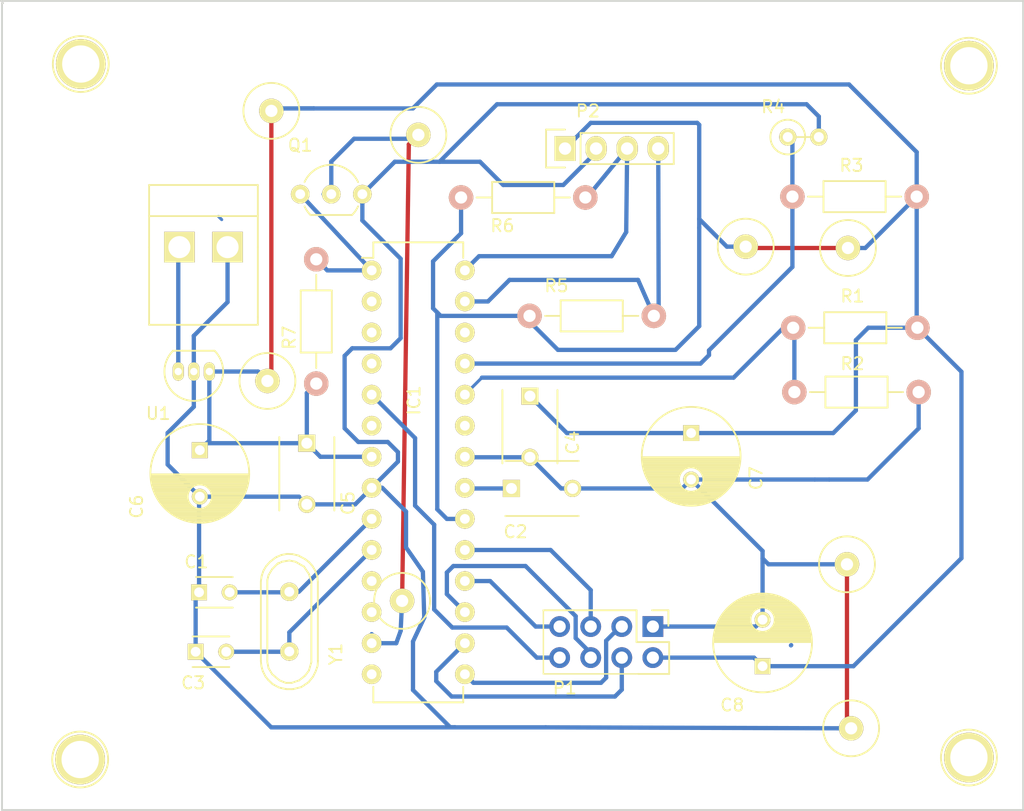
<source format=kicad_pcb>
(kicad_pcb (version 4) (host pcbnew 4.0.2+dfsg1-stable)

  (general
    (links 61)
    (no_connects 0)
    (area 84.644999 40.814999 168.365001 107.115001)
    (thickness 1.6)
    (drawings 5)
    (tracks 230)
    (zones 0)
    (modules 34)
    (nets 19)
  )

  (page A4)
  (layers
    (0 F.Cu signal)
    (31 B.Cu signal)
    (32 B.Adhes user)
    (33 F.Adhes user)
    (34 B.Paste user)
    (35 F.Paste user)
    (36 B.SilkS user)
    (37 F.SilkS user)
    (38 B.Mask user)
    (39 F.Mask user)
    (40 Dwgs.User user)
    (41 Cmts.User user)
    (42 Eco1.User user)
    (43 Eco2.User user)
    (44 Edge.Cuts user)
    (45 Margin user)
    (46 B.CrtYd user)
    (47 F.CrtYd user)
    (48 B.Fab user)
    (49 F.Fab user)
  )

  (setup
    (last_trace_width 0.25)
    (trace_clearance 0.2)
    (zone_clearance 0.508)
    (zone_45_only no)
    (trace_min 0.2)
    (segment_width 0.2)
    (edge_width 0.15)
    (via_size 0.6)
    (via_drill 0.4)
    (via_min_size 0.4)
    (via_min_drill 0.3)
    (uvia_size 0.3)
    (uvia_drill 0.1)
    (uvias_allowed no)
    (uvia_min_size 0.2)
    (uvia_min_drill 0.1)
    (pcb_text_width 0.3)
    (pcb_text_size 1.5 1.5)
    (mod_edge_width 0.15)
    (mod_text_size 1 1)
    (mod_text_width 0.15)
    (pad_size 2 2)
    (pad_drill 1)
    (pad_to_mask_clearance 0.2)
    (aux_axis_origin 0 0)
    (visible_elements FFFFFF7F)
    (pcbplotparams
      (layerselection 0x00030_80000001)
      (usegerberextensions false)
      (excludeedgelayer true)
      (linewidth 0.500000)
      (plotframeref false)
      (viasonmask false)
      (mode 1)
      (useauxorigin false)
      (hpglpennumber 1)
      (hpglpenspeed 20)
      (hpglpendiameter 15)
      (hpglpenoverlay 2)
      (psnegative false)
      (psa4output false)
      (plotreference true)
      (plotvalue true)
      (plotinvisibletext false)
      (padsonsilk false)
      (subtractmaskfromsilk false)
      (outputformat 1)
      (mirror false)
      (drillshape 0)
      (scaleselection 1)
      (outputdirectory ""))
  )

  (net 0 "")
  (net 1 +3V3)
  (net 2 "Net-(C1-Pad2)")
  (net 3 "Net-(C3-Pad2)")
  (net 4 RESET)
  (net 5 INT1)
  (net 6 CE)
  (net 7 CSN)
  (net 8 MOSI)
  (net 9 MISO)
  (net 10 SCK)
  (net 11 SDA)
  (net 12 SCL)
  (net 13 PD7)
  (net 14 "Net-(C2-Pad1)")
  (net 15 PC1)
  (net 16 PC2)
  (net 17 GND)
  (net 18 "Net-(P3-Pad2)")

  (net_class Default "This is the default net class."
    (clearance 0.2)
    (trace_width 0.25)
    (via_dia 0.6)
    (via_drill 0.4)
    (uvia_dia 0.3)
    (uvia_drill 0.1)
  )

  (net_class moje ""
    (clearance 0.2)
    (trace_width 0.35)
    (via_dia 0.6)
    (via_drill 0.4)
    (uvia_dia 0.3)
    (uvia_drill 0.1)
    (add_net +3V3)
    (add_net CE)
    (add_net CSN)
    (add_net GND)
    (add_net INT1)
    (add_net MISO)
    (add_net MOSI)
    (add_net "Net-(C1-Pad2)")
    (add_net "Net-(C2-Pad1)")
    (add_net "Net-(C3-Pad2)")
    (add_net "Net-(P3-Pad2)")
    (add_net PC1)
    (add_net PC2)
    (add_net PD7)
    (add_net RESET)
    (add_net SCK)
    (add_net SCL)
    (add_net SDA)
  )

  (module Connect:1pin (layer F.Cu) (tedit 5A507502) (tstamp 5A53AF21)
    (at 153.89 86.95)
    (descr "module 1 pin (ou trou mecanique de percage)")
    (tags DEV)
    (fp_text reference REF** (at 0 -3.048) (layer F.SilkS) hide
      (effects (font (size 1 1) (thickness 0.15)))
    )
    (fp_text value 1pin (at 0 2.794) (layer F.Fab) hide
      (effects (font (size 1 1) (thickness 0.15)))
    )
    (fp_circle (center 0 0) (end 0 -2.286) (layer F.SilkS) (width 0.15))
    (pad 1 thru_hole circle (at 0 0) (size 2 2) (drill 1) (layers *.Cu *.Mask F.SilkS)
      (net 17 GND))
  )

  (module Connect:1pin (layer F.Cu) (tedit 5A507502) (tstamp 5A53AF17)
    (at 154.23 100.36)
    (descr "module 1 pin (ou trou mecanique de percage)")
    (tags DEV)
    (fp_text reference REF** (at 0 -3.048) (layer F.SilkS) hide
      (effects (font (size 1 1) (thickness 0.15)))
    )
    (fp_text value 1pin (at 0 2.794) (layer F.Fab) hide
      (effects (font (size 1 1) (thickness 0.15)))
    )
    (fp_circle (center 0 0) (end 0 -2.286) (layer F.SilkS) (width 0.15))
    (pad 1 thru_hole circle (at 0 0) (size 2 2) (drill 1) (layers *.Cu *.Mask F.SilkS)
      (net 17 GND))
  )

  (module Connect:1pin (layer F.Cu) (tedit 5A5074AB) (tstamp 5A53AF12)
    (at 117.52 89.94)
    (descr "module 1 pin (ou trou mecanique de percage)")
    (tags DEV)
    (fp_text reference REF** (at 0 -3.048) (layer F.SilkS) hide
      (effects (font (size 1 1) (thickness 0.15)))
    )
    (fp_text value 1pin (at 0 2.794) (layer F.Fab) hide
      (effects (font (size 1 1) (thickness 0.15)))
    )
    (fp_circle (center 0 0) (end 0 -2.286) (layer F.SilkS) (width 0.15))
    (pad 1 thru_hole circle (at 0 0) (size 2 2) (drill 1) (layers *.Cu *.Mask F.SilkS)
      (net 13 PD7))
  )

  (module Connect:1pin (layer F.Cu) (tedit 5A5074AB) (tstamp 5A53AF08)
    (at 118.85 51.84)
    (descr "module 1 pin (ou trou mecanique de percage)")
    (tags DEV)
    (fp_text reference REF** (at 0 -3.048) (layer F.SilkS) hide
      (effects (font (size 1 1) (thickness 0.15)))
    )
    (fp_text value 1pin (at 0 2.794) (layer F.Fab) hide
      (effects (font (size 1 1) (thickness 0.15)))
    )
    (fp_circle (center 0 0) (end 0 -2.286) (layer F.SilkS) (width 0.15))
    (pad 1 thru_hole circle (at 0 0) (size 2 2) (drill 1) (layers *.Cu *.Mask F.SilkS)
      (net 13 PD7))
  )

  (module Connect:1pin (layer F.Cu) (tedit 5A507402) (tstamp 5A53AF03)
    (at 153.97 61.09)
    (descr "module 1 pin (ou trou mecanique de percage)")
    (tags DEV)
    (fp_text reference REF** (at 0 -3.048) (layer F.SilkS) hide
      (effects (font (size 1 1) (thickness 0.15)))
    )
    (fp_text value 1pin (at 0 2.794) (layer F.Fab) hide
      (effects (font (size 1 1) (thickness 0.15)))
    )
    (fp_circle (center 0 0) (end 0 -2.286) (layer F.SilkS) (width 0.15))
    (pad 1 thru_hole circle (at 0 0) (size 2 2) (drill 1) (layers *.Cu *.Mask F.SilkS)
      (net 1 +3V3))
  )

  (module Connect:1pin (layer F.Cu) (tedit 5A507402) (tstamp 5A53AEFE)
    (at 145.61 60.98)
    (descr "module 1 pin (ou trou mecanique de percage)")
    (tags DEV)
    (fp_text reference REF** (at 0 -3.048) (layer F.SilkS) hide
      (effects (font (size 1 1) (thickness 0.15)))
    )
    (fp_text value 1pin (at 0 2.794) (layer F.Fab) hide
      (effects (font (size 1 1) (thickness 0.15)))
    )
    (fp_circle (center 0 0) (end 0 -2.286) (layer F.SilkS) (width 0.15))
    (pad 1 thru_hole circle (at 0 0) (size 2 2) (drill 1) (layers *.Cu *.Mask F.SilkS)
      (net 1 +3V3))
  )

  (module Connect:1pin (layer F.Cu) (tedit 5A507402) (tstamp 5A53AEF9)
    (at 106.51 71.96)
    (descr "module 1 pin (ou trou mecanique de percage)")
    (tags DEV)
    (fp_text reference REF** (at 0 -3.048) (layer F.SilkS) hide
      (effects (font (size 1 1) (thickness 0.15)))
    )
    (fp_text value 1pin (at 0 2.794) (layer F.Fab) hide
      (effects (font (size 1 1) (thickness 0.15)))
    )
    (fp_circle (center 0 0) (end 0 -2.286) (layer F.SilkS) (width 0.15))
    (pad 1 thru_hole circle (at 0 0) (size 2 2) (drill 1) (layers *.Cu *.Mask F.SilkS)
      (net 1 +3V3))
  )

  (module Capacitors_ThroughHole:C_Disc_D3_P2.5 (layer F.Cu) (tedit 5A5010B1) (tstamp 5A4F7EFF)
    (at 100.92 89.24)
    (descr "Capacitor 3mm Disc, Pitch 2.5mm")
    (tags Capacitor)
    (path /5A4F6FEC)
    (fp_text reference C1 (at -0.22 -2.49) (layer F.SilkS)
      (effects (font (size 1 1) (thickness 0.15)))
    )
    (fp_text value 22n (at 2.35 -2.44) (layer F.Fab)
      (effects (font (size 1 1) (thickness 0.15)))
    )
    (fp_line (start -0.9 -1.5) (end 3.4 -1.5) (layer F.CrtYd) (width 0.05))
    (fp_line (start 3.4 -1.5) (end 3.4 1.5) (layer F.CrtYd) (width 0.05))
    (fp_line (start 3.4 1.5) (end -0.9 1.5) (layer F.CrtYd) (width 0.05))
    (fp_line (start -0.9 1.5) (end -0.9 -1.5) (layer F.CrtYd) (width 0.05))
    (fp_line (start -0.25 -1.25) (end 2.75 -1.25) (layer F.SilkS) (width 0.15))
    (fp_line (start 2.75 1.25) (end -0.25 1.25) (layer F.SilkS) (width 0.15))
    (pad 1 thru_hole rect (at 0 0) (size 1.3 1.3) (drill 0.8) (layers *.Cu *.Mask F.SilkS)
      (net 17 GND))
    (pad 2 thru_hole circle (at 2.5 0) (size 1.3 1.3) (drill 0.8001) (layers *.Cu *.Mask F.SilkS)
      (net 2 "Net-(C1-Pad2)"))
    (model Capacitors_ThroughHole.3dshapes/C_Disc_D3_P2.5.wrl
      (at (xyz 0.0492126 0 0))
      (scale (xyz 1 1 1))
      (rotate (xyz 0 0 0))
    )
  )

  (module Capacitors_ThroughHole:C_Disc_D6_P5 (layer F.Cu) (tedit 5A501263) (tstamp 5A4F7F05)
    (at 126.46 80.75)
    (descr "Capacitor 6mm Disc, Pitch 5mm")
    (tags Capacitor)
    (path /5A4F7363)
    (fp_text reference C2 (at 0.33 3.54) (layer F.SilkS)
      (effects (font (size 1 1) (thickness 0.15)))
    )
    (fp_text value 100n (at 3.38 3.49) (layer F.Fab)
      (effects (font (size 1 1) (thickness 0.15)))
    )
    (fp_line (start -0.95 -2.5) (end 5.95 -2.5) (layer F.CrtYd) (width 0.05))
    (fp_line (start 5.95 -2.5) (end 5.95 2.5) (layer F.CrtYd) (width 0.05))
    (fp_line (start 5.95 2.5) (end -0.95 2.5) (layer F.CrtYd) (width 0.05))
    (fp_line (start -0.95 2.5) (end -0.95 -2.5) (layer F.CrtYd) (width 0.05))
    (fp_line (start -0.5 -2.25) (end 5.5 -2.25) (layer F.SilkS) (width 0.15))
    (fp_line (start 5.5 2.25) (end -0.5 2.25) (layer F.SilkS) (width 0.15))
    (pad 1 thru_hole rect (at 0 0) (size 1.4 1.4) (drill 0.9) (layers *.Cu *.Mask F.SilkS)
      (net 14 "Net-(C2-Pad1)"))
    (pad 2 thru_hole circle (at 5 0) (size 1.4 1.4) (drill 0.9) (layers *.Cu *.Mask F.SilkS)
      (net 17 GND))
    (model Capacitors_ThroughHole.3dshapes/C_Disc_D6_P5.wrl
      (at (xyz 0.0984252 0 0))
      (scale (xyz 1 1 1))
      (rotate (xyz 0 0 0))
    )
  )

  (module Capacitors_ThroughHole:C_Disc_D3_P2.5 (layer F.Cu) (tedit 5A5010A0) (tstamp 5A4F7F0B)
    (at 100.64 94.1)
    (descr "Capacitor 3mm Disc, Pitch 2.5mm")
    (tags Capacitor)
    (path /5A4F6F9F)
    (fp_text reference C3 (at -0.2 2.54) (layer F.SilkS)
      (effects (font (size 1 1) (thickness 0.15)))
    )
    (fp_text value 22n (at 2.32 2.47) (layer F.Fab)
      (effects (font (size 1 1) (thickness 0.15)))
    )
    (fp_line (start -0.9 -1.5) (end 3.4 -1.5) (layer F.CrtYd) (width 0.05))
    (fp_line (start 3.4 -1.5) (end 3.4 1.5) (layer F.CrtYd) (width 0.05))
    (fp_line (start 3.4 1.5) (end -0.9 1.5) (layer F.CrtYd) (width 0.05))
    (fp_line (start -0.9 1.5) (end -0.9 -1.5) (layer F.CrtYd) (width 0.05))
    (fp_line (start -0.25 -1.25) (end 2.75 -1.25) (layer F.SilkS) (width 0.15))
    (fp_line (start 2.75 1.25) (end -0.25 1.25) (layer F.SilkS) (width 0.15))
    (pad 1 thru_hole rect (at 0 0) (size 1.3 1.3) (drill 0.8) (layers *.Cu *.Mask F.SilkS)
      (net 17 GND))
    (pad 2 thru_hole circle (at 2.5 0) (size 1.3 1.3) (drill 0.8001) (layers *.Cu *.Mask F.SilkS)
      (net 3 "Net-(C3-Pad2)"))
    (model Capacitors_ThroughHole.3dshapes/C_Disc_D3_P2.5.wrl
      (at (xyz 0.0492126 0 0))
      (scale (xyz 1 1 1))
      (rotate (xyz 0 0 0))
    )
  )

  (module Capacitors_ThroughHole:C_Disc_D6_P5 (layer F.Cu) (tedit 5A501256) (tstamp 5A4F7F11)
    (at 127.97 73.2 270)
    (descr "Capacitor 6mm Disc, Pitch 5mm")
    (tags Capacitor)
    (path /5A4F744F)
    (fp_text reference C4 (at 3.8 -3.49 270) (layer F.SilkS)
      (effects (font (size 1 1) (thickness 0.15)))
    )
    (fp_text value 100n (at 0.87 -3.46 270) (layer F.Fab)
      (effects (font (size 1 1) (thickness 0.15)))
    )
    (fp_line (start -0.95 -2.5) (end 5.95 -2.5) (layer F.CrtYd) (width 0.05))
    (fp_line (start 5.95 -2.5) (end 5.95 2.5) (layer F.CrtYd) (width 0.05))
    (fp_line (start 5.95 2.5) (end -0.95 2.5) (layer F.CrtYd) (width 0.05))
    (fp_line (start -0.95 2.5) (end -0.95 -2.5) (layer F.CrtYd) (width 0.05))
    (fp_line (start -0.5 -2.25) (end 5.5 -2.25) (layer F.SilkS) (width 0.15))
    (fp_line (start 5.5 2.25) (end -0.5 2.25) (layer F.SilkS) (width 0.15))
    (pad 1 thru_hole rect (at 0 0 270) (size 1.4 1.4) (drill 0.9) (layers *.Cu *.Mask F.SilkS)
      (net 1 +3V3))
    (pad 2 thru_hole circle (at 5 0 270) (size 1.4 1.4) (drill 0.9) (layers *.Cu *.Mask F.SilkS)
      (net 17 GND))
    (model Capacitors_ThroughHole.3dshapes/C_Disc_D6_P5.wrl
      (at (xyz 0.0984252 0 0))
      (scale (xyz 1 1 1))
      (rotate (xyz 0 0 0))
    )
  )

  (module Capacitors_ThroughHole:C_Disc_D6_P5 (layer F.Cu) (tedit 5A5010D2) (tstamp 5A4F7F17)
    (at 109.73 77.05 270)
    (descr "Capacitor 6mm Disc, Pitch 5mm")
    (tags Capacitor)
    (path /5A4F753A)
    (fp_text reference C5 (at 4.9 -3.37 270) (layer F.SilkS)
      (effects (font (size 1 1) (thickness 0.15)))
    )
    (fp_text value 100n (at 1.8 -3.26 270) (layer F.Fab)
      (effects (font (size 1 1) (thickness 0.15)))
    )
    (fp_line (start -0.95 -2.5) (end 5.95 -2.5) (layer F.CrtYd) (width 0.05))
    (fp_line (start 5.95 -2.5) (end 5.95 2.5) (layer F.CrtYd) (width 0.05))
    (fp_line (start 5.95 2.5) (end -0.95 2.5) (layer F.CrtYd) (width 0.05))
    (fp_line (start -0.95 2.5) (end -0.95 -2.5) (layer F.CrtYd) (width 0.05))
    (fp_line (start -0.5 -2.25) (end 5.5 -2.25) (layer F.SilkS) (width 0.15))
    (fp_line (start 5.5 2.25) (end -0.5 2.25) (layer F.SilkS) (width 0.15))
    (pad 1 thru_hole rect (at 0 0 270) (size 1.4 1.4) (drill 0.9) (layers *.Cu *.Mask F.SilkS)
      (net 1 +3V3))
    (pad 2 thru_hole circle (at 5 0 270) (size 1.4 1.4) (drill 0.9) (layers *.Cu *.Mask F.SilkS)
      (net 17 GND))
    (model Capacitors_ThroughHole.3dshapes/C_Disc_D6_P5.wrl
      (at (xyz 0.0984252 0 0))
      (scale (xyz 1 1 1))
      (rotate (xyz 0 0 0))
    )
  )

  (module Housings_DIP:DIP-28_W7.62mm (layer F.Cu) (tedit 5A50105B) (tstamp 5A4F7F49)
    (at 115.032143 62.92)
    (descr "28-lead dip package, row spacing 7.62 mm (300 mils)")
    (tags "dil dip 2.54 300")
    (path /5A4F6E80)
    (fp_text reference IC1 (at 3.457857 10.63 90) (layer F.SilkS)
      (effects (font (size 1 1) (thickness 0.15)))
    )
    (fp_text value ATMEGA8-P (at 3.617857 4.09 90) (layer F.Fab)
      (effects (font (size 1 1) (thickness 0.15)))
    )
    (fp_line (start -1.05 -2.45) (end -1.05 35.5) (layer F.CrtYd) (width 0.05))
    (fp_line (start 8.65 -2.45) (end 8.65 35.5) (layer F.CrtYd) (width 0.05))
    (fp_line (start -1.05 -2.45) (end 8.65 -2.45) (layer F.CrtYd) (width 0.05))
    (fp_line (start -1.05 35.5) (end 8.65 35.5) (layer F.CrtYd) (width 0.05))
    (fp_line (start 0.135 -2.295) (end 0.135 -1.025) (layer F.SilkS) (width 0.15))
    (fp_line (start 7.485 -2.295) (end 7.485 -1.025) (layer F.SilkS) (width 0.15))
    (fp_line (start 7.485 35.315) (end 7.485 34.045) (layer F.SilkS) (width 0.15))
    (fp_line (start 0.135 35.315) (end 0.135 34.045) (layer F.SilkS) (width 0.15))
    (fp_line (start 0.135 -2.295) (end 7.485 -2.295) (layer F.SilkS) (width 0.15))
    (fp_line (start 0.135 35.315) (end 7.485 35.315) (layer F.SilkS) (width 0.15))
    (fp_line (start 0.135 -1.025) (end -0.8 -1.025) (layer F.SilkS) (width 0.15))
    (pad 1 thru_hole oval (at 0 0) (size 1.6 1.6) (drill 0.8) (layers *.Cu *.Mask F.SilkS)
      (net 4 RESET))
    (pad 2 thru_hole oval (at 0 2.54) (size 1.6 1.6) (drill 0.8) (layers *.Cu *.Mask F.SilkS))
    (pad 3 thru_hole oval (at 0 5.08) (size 1.6 1.6) (drill 0.8) (layers *.Cu *.Mask F.SilkS))
    (pad 4 thru_hole oval (at 0 7.62) (size 1.6 1.6) (drill 0.8) (layers *.Cu *.Mask F.SilkS))
    (pad 5 thru_hole oval (at 0 10.16) (size 1.6 1.6) (drill 0.8) (layers *.Cu *.Mask F.SilkS)
      (net 5 INT1))
    (pad 6 thru_hole oval (at 0 12.7) (size 1.6 1.6) (drill 0.8) (layers *.Cu *.Mask F.SilkS))
    (pad 7 thru_hole oval (at 0 15.24) (size 1.6 1.6) (drill 0.8) (layers *.Cu *.Mask F.SilkS)
      (net 1 +3V3))
    (pad 8 thru_hole oval (at 0 17.78) (size 1.6 1.6) (drill 0.8) (layers *.Cu *.Mask F.SilkS)
      (net 17 GND))
    (pad 9 thru_hole oval (at 0 20.32) (size 1.6 1.6) (drill 0.8) (layers *.Cu *.Mask F.SilkS)
      (net 2 "Net-(C1-Pad2)"))
    (pad 10 thru_hole oval (at 0 22.86) (size 1.6 1.6) (drill 0.8) (layers *.Cu *.Mask F.SilkS)
      (net 3 "Net-(C3-Pad2)"))
    (pad 11 thru_hole oval (at 0 25.4) (size 1.6 1.6) (drill 0.8) (layers *.Cu *.Mask F.SilkS))
    (pad 12 thru_hole oval (at 0 27.94) (size 1.6 1.6) (drill 0.8) (layers *.Cu *.Mask F.SilkS))
    (pad 13 thru_hole oval (at 0 30.48) (size 1.6 1.6) (drill 0.8) (layers *.Cu *.Mask F.SilkS)
      (net 13 PD7))
    (pad 14 thru_hole oval (at 0 33.02) (size 1.6 1.6) (drill 0.8) (layers *.Cu *.Mask F.SilkS))
    (pad 15 thru_hole oval (at 7.62 33.02) (size 1.6 1.6) (drill 0.8) (layers *.Cu *.Mask F.SilkS)
      (net 6 CE))
    (pad 16 thru_hole oval (at 7.62 30.48) (size 1.6 1.6) (drill 0.8) (layers *.Cu *.Mask F.SilkS)
      (net 7 CSN))
    (pad 17 thru_hole oval (at 7.62 27.94) (size 1.6 1.6) (drill 0.8) (layers *.Cu *.Mask F.SilkS)
      (net 8 MOSI))
    (pad 18 thru_hole oval (at 7.62 25.4) (size 1.6 1.6) (drill 0.8) (layers *.Cu *.Mask F.SilkS)
      (net 9 MISO))
    (pad 19 thru_hole oval (at 7.62 22.86) (size 1.6 1.6) (drill 0.8) (layers *.Cu *.Mask F.SilkS)
      (net 10 SCK))
    (pad 20 thru_hole oval (at 7.62 20.32) (size 1.6 1.6) (drill 0.8) (layers *.Cu *.Mask F.SilkS)
      (net 1 +3V3))
    (pad 21 thru_hole oval (at 7.62 17.78) (size 1.6 1.6) (drill 0.8) (layers *.Cu *.Mask F.SilkS)
      (net 14 "Net-(C2-Pad1)"))
    (pad 22 thru_hole oval (at 7.62 15.24) (size 1.6 1.6) (drill 0.8) (layers *.Cu *.Mask F.SilkS)
      (net 17 GND))
    (pad 23 thru_hole oval (at 7.62 12.7) (size 1.6 1.6) (drill 0.8) (layers *.Cu *.Mask F.SilkS))
    (pad 24 thru_hole oval (at 7.62 10.16) (size 1.6 1.6) (drill 0.8) (layers *.Cu *.Mask F.SilkS)
      (net 15 PC1))
    (pad 25 thru_hole oval (at 7.62 7.62) (size 1.6 1.6) (drill 0.8) (layers *.Cu *.Mask F.SilkS)
      (net 16 PC2))
    (pad 26 thru_hole oval (at 7.62 5.08) (size 1.6 1.6) (drill 0.8) (layers *.Cu *.Mask F.SilkS))
    (pad 27 thru_hole oval (at 7.62 2.54) (size 1.6 1.6) (drill 0.8) (layers *.Cu *.Mask F.SilkS)
      (net 11 SDA))
    (pad 28 thru_hole oval (at 7.62 0) (size 1.6 1.6) (drill 0.8) (layers *.Cu *.Mask F.SilkS)
      (net 12 SCL))
    (model Housings_DIP.3dshapes/DIP-28_W7.62mm.wrl
      (at (xyz 0 0 0))
      (scale (xyz 1 1 1))
      (rotate (xyz 0 0 0))
    )
  )

  (module Socket_Strips:Socket_Strip_Straight_1x04 (layer F.Cu) (tedit 5A5011AF) (tstamp 5A4F7F5D)
    (at 130.84 52.96)
    (descr "Through hole socket strip")
    (tags "socket strip")
    (path /5A4F7940)
    (fp_text reference P2 (at 1.87 -3.07) (layer F.SilkS)
      (effects (font (size 1 1) (thickness 0.15)))
    )
    (fp_text value BME280 (at 6.14 -3.01) (layer F.Fab)
      (effects (font (size 1 1) (thickness 0.15)))
    )
    (fp_line (start -1.75 -1.75) (end -1.75 1.75) (layer F.CrtYd) (width 0.05))
    (fp_line (start 9.4 -1.75) (end 9.4 1.75) (layer F.CrtYd) (width 0.05))
    (fp_line (start -1.75 -1.75) (end 9.4 -1.75) (layer F.CrtYd) (width 0.05))
    (fp_line (start -1.75 1.75) (end 9.4 1.75) (layer F.CrtYd) (width 0.05))
    (fp_line (start 1.27 -1.27) (end 8.89 -1.27) (layer F.SilkS) (width 0.15))
    (fp_line (start 1.27 1.27) (end 8.89 1.27) (layer F.SilkS) (width 0.15))
    (fp_line (start -1.55 1.55) (end 0 1.55) (layer F.SilkS) (width 0.15))
    (fp_line (start 8.89 -1.27) (end 8.89 1.27) (layer F.SilkS) (width 0.15))
    (fp_line (start 1.27 1.27) (end 1.27 -1.27) (layer F.SilkS) (width 0.15))
    (fp_line (start 0 -1.55) (end -1.55 -1.55) (layer F.SilkS) (width 0.15))
    (fp_line (start -1.55 -1.55) (end -1.55 1.55) (layer F.SilkS) (width 0.15))
    (pad 1 thru_hole rect (at 0 0) (size 1.7272 2.032) (drill 1.016) (layers *.Cu *.Mask F.SilkS)
      (net 1 +3V3))
    (pad 2 thru_hole oval (at 2.54 0) (size 1.7272 2.032) (drill 1.016) (layers *.Cu *.Mask F.SilkS)
      (net 17 GND))
    (pad 3 thru_hole oval (at 5.08 0) (size 1.7272 2.032) (drill 1.016) (layers *.Cu *.Mask F.SilkS)
      (net 12 SCL))
    (pad 4 thru_hole oval (at 7.62 0) (size 1.7272 2.032) (drill 1.016) (layers *.Cu *.Mask F.SilkS)
      (net 11 SDA))
    (model Socket_Strips.3dshapes/Socket_Strip_Straight_1x04.wrl
      (at (xyz 0.15 0 0))
      (scale (xyz 1 1 1))
      (rotate (xyz 0 0 180))
    )
  )

  (module Resistors_ThroughHole:Resistor_Horizontal_RM10mm (layer F.Cu) (tedit 5A501217) (tstamp 5A4F7F63)
    (at 159.65 67.61 180)
    (descr "Resistor, Axial,  RM 10mm, 1/3W")
    (tags "Resistor Axial RM 10mm 1/3W")
    (path /5A4FB155)
    (fp_text reference R1 (at 5.31 2.59 180) (layer F.SilkS)
      (effects (font (size 1 1) (thickness 0.15)))
    )
    (fp_text value 12k (at 2.43 2.59 180) (layer F.Fab)
      (effects (font (size 1 1) (thickness 0.15)))
    )
    (fp_line (start -1.25 -1.5) (end 11.4 -1.5) (layer F.CrtYd) (width 0.05))
    (fp_line (start -1.25 1.5) (end -1.25 -1.5) (layer F.CrtYd) (width 0.05))
    (fp_line (start 11.4 -1.5) (end 11.4 1.5) (layer F.CrtYd) (width 0.05))
    (fp_line (start -1.25 1.5) (end 11.4 1.5) (layer F.CrtYd) (width 0.05))
    (fp_line (start 2.54 -1.27) (end 7.62 -1.27) (layer F.SilkS) (width 0.15))
    (fp_line (start 7.62 -1.27) (end 7.62 1.27) (layer F.SilkS) (width 0.15))
    (fp_line (start 7.62 1.27) (end 2.54 1.27) (layer F.SilkS) (width 0.15))
    (fp_line (start 2.54 1.27) (end 2.54 -1.27) (layer F.SilkS) (width 0.15))
    (fp_line (start 2.54 0) (end 1.27 0) (layer F.SilkS) (width 0.15))
    (fp_line (start 7.62 0) (end 8.89 0) (layer F.SilkS) (width 0.15))
    (pad 1 thru_hole circle (at 0 0 180) (size 1.99898 1.99898) (drill 1.00076) (layers *.Cu *.SilkS *.Mask)
      (net 1 +3V3))
    (pad 2 thru_hole circle (at 10.16 0 180) (size 1.99898 1.99898) (drill 1.00076) (layers *.Cu *.SilkS *.Mask)
      (net 15 PC1))
    (model Resistors_ThroughHole.3dshapes/Resistor_Horizontal_RM10mm.wrl
      (at (xyz 0 0 0))
      (scale (xyz 0.4 0.4 0.4))
      (rotate (xyz 0 0 0))
    )
  )

  (module Resistors_ThroughHole:Resistor_Horizontal_RM10mm (layer F.Cu) (tedit 5A501225) (tstamp 5A4F7F69)
    (at 149.59 72.87)
    (descr "Resistor, Axial,  RM 10mm, 1/3W")
    (tags "Resistor Axial RM 10mm 1/3W")
    (path /5A4FB1CA)
    (fp_text reference R2 (at 4.75 -2.32) (layer F.SilkS)
      (effects (font (size 1 1) (thickness 0.15)))
    )
    (fp_text value 33k (at 7.38 -2.24) (layer F.Fab)
      (effects (font (size 1 1) (thickness 0.15)))
    )
    (fp_line (start -1.25 -1.5) (end 11.4 -1.5) (layer F.CrtYd) (width 0.05))
    (fp_line (start -1.25 1.5) (end -1.25 -1.5) (layer F.CrtYd) (width 0.05))
    (fp_line (start 11.4 -1.5) (end 11.4 1.5) (layer F.CrtYd) (width 0.05))
    (fp_line (start -1.25 1.5) (end 11.4 1.5) (layer F.CrtYd) (width 0.05))
    (fp_line (start 2.54 -1.27) (end 7.62 -1.27) (layer F.SilkS) (width 0.15))
    (fp_line (start 7.62 -1.27) (end 7.62 1.27) (layer F.SilkS) (width 0.15))
    (fp_line (start 7.62 1.27) (end 2.54 1.27) (layer F.SilkS) (width 0.15))
    (fp_line (start 2.54 1.27) (end 2.54 -1.27) (layer F.SilkS) (width 0.15))
    (fp_line (start 2.54 0) (end 1.27 0) (layer F.SilkS) (width 0.15))
    (fp_line (start 7.62 0) (end 8.89 0) (layer F.SilkS) (width 0.15))
    (pad 1 thru_hole circle (at 0 0) (size 1.99898 1.99898) (drill 1.00076) (layers *.Cu *.SilkS *.Mask)
      (net 15 PC1))
    (pad 2 thru_hole circle (at 10.16 0) (size 1.99898 1.99898) (drill 1.00076) (layers *.Cu *.SilkS *.Mask)
      (net 17 GND))
    (model Resistors_ThroughHole.3dshapes/Resistor_Horizontal_RM10mm.wrl
      (at (xyz 0 0 0))
      (scale (xyz 0.4 0.4 0.4))
      (rotate (xyz 0 0 0))
    )
  )

  (module Resistors_ThroughHole:Resistor_Horizontal_RM10mm (layer F.Cu) (tedit 5A5011F8) (tstamp 5A4F7F6F)
    (at 159.59 56.89 180)
    (descr "Resistor, Axial,  RM 10mm, 1/3W")
    (tags "Resistor Axial RM 10mm 1/3W")
    (path /5A4FBC17)
    (fp_text reference R3 (at 5.33 2.55 180) (layer F.SilkS)
      (effects (font (size 1 1) (thickness 0.15)))
    )
    (fp_text value 12k (at 2.56 2.59 180) (layer F.Fab)
      (effects (font (size 1 1) (thickness 0.15)))
    )
    (fp_line (start -1.25 -1.5) (end 11.4 -1.5) (layer F.CrtYd) (width 0.05))
    (fp_line (start -1.25 1.5) (end -1.25 -1.5) (layer F.CrtYd) (width 0.05))
    (fp_line (start 11.4 -1.5) (end 11.4 1.5) (layer F.CrtYd) (width 0.05))
    (fp_line (start -1.25 1.5) (end 11.4 1.5) (layer F.CrtYd) (width 0.05))
    (fp_line (start 2.54 -1.27) (end 7.62 -1.27) (layer F.SilkS) (width 0.15))
    (fp_line (start 7.62 -1.27) (end 7.62 1.27) (layer F.SilkS) (width 0.15))
    (fp_line (start 7.62 1.27) (end 2.54 1.27) (layer F.SilkS) (width 0.15))
    (fp_line (start 2.54 1.27) (end 2.54 -1.27) (layer F.SilkS) (width 0.15))
    (fp_line (start 2.54 0) (end 1.27 0) (layer F.SilkS) (width 0.15))
    (fp_line (start 7.62 0) (end 8.89 0) (layer F.SilkS) (width 0.15))
    (pad 1 thru_hole circle (at 0 0 180) (size 1.99898 1.99898) (drill 1.00076) (layers *.Cu *.SilkS *.Mask)
      (net 1 +3V3))
    (pad 2 thru_hole circle (at 10.16 0 180) (size 1.99898 1.99898) (drill 1.00076) (layers *.Cu *.SilkS *.Mask)
      (net 16 PC2))
    (model Resistors_ThroughHole.3dshapes/Resistor_Horizontal_RM10mm.wrl
      (at (xyz 0 0 0))
      (scale (xyz 0.4 0.4 0.4))
      (rotate (xyz 0 0 0))
    )
  )

  (module Discret:R1 (layer F.Cu) (tedit 5A5011F1) (tstamp 5A4F7F75)
    (at 150.32 52.02)
    (descr "Resistance verticale")
    (tags R)
    (path /5A4FBC88)
    (fp_text reference R4 (at -2.46 -2.48) (layer F.SilkS)
      (effects (font (size 1 1) (thickness 0.15)))
    )
    (fp_text value 5k-10k (at 1.94 -2.42) (layer F.Fab)
      (effects (font (size 1 1) (thickness 0.15)))
    )
    (fp_line (start -1.27 0) (end 1.27 0) (layer F.SilkS) (width 0.15))
    (fp_circle (center -1.27 0) (end -0.635 1.27) (layer F.SilkS) (width 0.15))
    (pad 1 thru_hole circle (at -1.27 0) (size 1.397 1.397) (drill 0.8128) (layers *.Cu *.Mask F.SilkS)
      (net 16 PC2))
    (pad 2 thru_hole circle (at 1.27 0) (size 1.397 1.397) (drill 0.8128) (layers *.Cu *.Mask F.SilkS)
      (net 17 GND))
    (model Discret.3dshapes/R1.wrl
      (at (xyz 0 0 0))
      (scale (xyz 1 1 1))
      (rotate (xyz 0 0 0))
    )
  )

  (module Resistors_ThroughHole:Resistor_Horizontal_RM10mm (layer F.Cu) (tedit 5A50123C) (tstamp 5A4F7F7B)
    (at 127.94 66.64)
    (descr "Resistor, Axial,  RM 10mm, 1/3W")
    (tags "Resistor Axial RM 10mm 1/3W")
    (path /5A4F8C86)
    (fp_text reference R5 (at 2.2 -2.46) (layer F.SilkS)
      (effects (font (size 1 1) (thickness 0.15)))
    )
    (fp_text value 4k7 (at 5.11 -2.38) (layer F.Fab)
      (effects (font (size 1 1) (thickness 0.15)))
    )
    (fp_line (start -1.25 -1.5) (end 11.4 -1.5) (layer F.CrtYd) (width 0.05))
    (fp_line (start -1.25 1.5) (end -1.25 -1.5) (layer F.CrtYd) (width 0.05))
    (fp_line (start 11.4 -1.5) (end 11.4 1.5) (layer F.CrtYd) (width 0.05))
    (fp_line (start -1.25 1.5) (end 11.4 1.5) (layer F.CrtYd) (width 0.05))
    (fp_line (start 2.54 -1.27) (end 7.62 -1.27) (layer F.SilkS) (width 0.15))
    (fp_line (start 7.62 -1.27) (end 7.62 1.27) (layer F.SilkS) (width 0.15))
    (fp_line (start 7.62 1.27) (end 2.54 1.27) (layer F.SilkS) (width 0.15))
    (fp_line (start 2.54 1.27) (end 2.54 -1.27) (layer F.SilkS) (width 0.15))
    (fp_line (start 2.54 0) (end 1.27 0) (layer F.SilkS) (width 0.15))
    (fp_line (start 7.62 0) (end 8.89 0) (layer F.SilkS) (width 0.15))
    (pad 1 thru_hole circle (at 0 0) (size 1.99898 1.99898) (drill 1.00076) (layers *.Cu *.SilkS *.Mask)
      (net 1 +3V3))
    (pad 2 thru_hole circle (at 10.16 0) (size 1.99898 1.99898) (drill 1.00076) (layers *.Cu *.SilkS *.Mask)
      (net 11 SDA))
    (model Resistors_ThroughHole.3dshapes/Resistor_Horizontal_RM10mm.wrl
      (at (xyz 0 0 0))
      (scale (xyz 0.4 0.4 0.4))
      (rotate (xyz 0 0 0))
    )
  )

  (module Resistors_ThroughHole:Resistor_Horizontal_RM10mm (layer F.Cu) (tedit 5A5011C0) (tstamp 5A4F7F81)
    (at 122.34 56.96)
    (descr "Resistor, Axial,  RM 10mm, 1/3W")
    (tags "Resistor Axial RM 10mm 1/3W")
    (path /5A4F8C17)
    (fp_text reference R6 (at 3.38 2.31) (layer F.SilkS)
      (effects (font (size 1 1) (thickness 0.15)))
    )
    (fp_text value 4k7 (at 6.08 2.33) (layer F.Fab)
      (effects (font (size 1 1) (thickness 0.15)))
    )
    (fp_line (start -1.25 -1.5) (end 11.4 -1.5) (layer F.CrtYd) (width 0.05))
    (fp_line (start -1.25 1.5) (end -1.25 -1.5) (layer F.CrtYd) (width 0.05))
    (fp_line (start 11.4 -1.5) (end 11.4 1.5) (layer F.CrtYd) (width 0.05))
    (fp_line (start -1.25 1.5) (end 11.4 1.5) (layer F.CrtYd) (width 0.05))
    (fp_line (start 2.54 -1.27) (end 7.62 -1.27) (layer F.SilkS) (width 0.15))
    (fp_line (start 7.62 -1.27) (end 7.62 1.27) (layer F.SilkS) (width 0.15))
    (fp_line (start 7.62 1.27) (end 2.54 1.27) (layer F.SilkS) (width 0.15))
    (fp_line (start 2.54 1.27) (end 2.54 -1.27) (layer F.SilkS) (width 0.15))
    (fp_line (start 2.54 0) (end 1.27 0) (layer F.SilkS) (width 0.15))
    (fp_line (start 7.62 0) (end 8.89 0) (layer F.SilkS) (width 0.15))
    (pad 1 thru_hole circle (at 0 0) (size 1.99898 1.99898) (drill 1.00076) (layers *.Cu *.SilkS *.Mask)
      (net 1 +3V3))
    (pad 2 thru_hole circle (at 10.16 0) (size 1.99898 1.99898) (drill 1.00076) (layers *.Cu *.SilkS *.Mask)
      (net 12 SCL))
    (model Resistors_ThroughHole.3dshapes/Resistor_Horizontal_RM10mm.wrl
      (at (xyz 0 0 0))
      (scale (xyz 0.4 0.4 0.4))
      (rotate (xyz 0 0 0))
    )
  )

  (module Resistors_ThroughHole:Resistor_Horizontal_RM10mm (layer F.Cu) (tedit 5A501199) (tstamp 5A4F7F87)
    (at 110.5 72.175 90)
    (descr "Resistor, Axial,  RM 10mm, 1/3W")
    (tags "Resistor Axial RM 10mm 1/3W")
    (path /5A4F7297)
    (fp_text reference R7 (at 3.755 -2.21 90) (layer F.SilkS)
      (effects (font (size 1 1) (thickness 0.15)))
    )
    (fp_text value 10k (at 6.565 -2.21 90) (layer F.Fab)
      (effects (font (size 1 1) (thickness 0.15)))
    )
    (fp_line (start -1.25 -1.5) (end 11.4 -1.5) (layer F.CrtYd) (width 0.05))
    (fp_line (start -1.25 1.5) (end -1.25 -1.5) (layer F.CrtYd) (width 0.05))
    (fp_line (start 11.4 -1.5) (end 11.4 1.5) (layer F.CrtYd) (width 0.05))
    (fp_line (start -1.25 1.5) (end 11.4 1.5) (layer F.CrtYd) (width 0.05))
    (fp_line (start 2.54 -1.27) (end 7.62 -1.27) (layer F.SilkS) (width 0.15))
    (fp_line (start 7.62 -1.27) (end 7.62 1.27) (layer F.SilkS) (width 0.15))
    (fp_line (start 7.62 1.27) (end 2.54 1.27) (layer F.SilkS) (width 0.15))
    (fp_line (start 2.54 1.27) (end 2.54 -1.27) (layer F.SilkS) (width 0.15))
    (fp_line (start 2.54 0) (end 1.27 0) (layer F.SilkS) (width 0.15))
    (fp_line (start 7.62 0) (end 8.89 0) (layer F.SilkS) (width 0.15))
    (pad 1 thru_hole circle (at 0 0 90) (size 1.99898 1.99898) (drill 1.00076) (layers *.Cu *.SilkS *.Mask)
      (net 1 +3V3))
    (pad 2 thru_hole circle (at 10.16 0 90) (size 1.99898 1.99898) (drill 1.00076) (layers *.Cu *.SilkS *.Mask)
      (net 4 RESET))
    (model Resistors_ThroughHole.3dshapes/Resistor_Horizontal_RM10mm.wrl
      (at (xyz 0 0 0))
      (scale (xyz 0.4 0.4 0.4))
      (rotate (xyz 0 0 0))
    )
  )

  (module Crystals:Crystal_HC49-U_Vertical (layer F.Cu) (tedit 5A501072) (tstamp 5A4F7F8D)
    (at 108.3 91.64 90)
    (descr "Crystal, Quarz, HC49/U, vertical, stehend,")
    (tags "Crystal, Quarz, HC49/U, vertical, stehend,")
    (path /5A4F6F46)
    (fp_text reference Y1 (at -2.65 3.8 90) (layer F.SilkS)
      (effects (font (size 1 1) (thickness 0.15)))
    )
    (fp_text value 8Mhz (at 0 3.81 90) (layer F.Fab)
      (effects (font (size 1 1) (thickness 0.15)))
    )
    (fp_line (start 4.699 -1.00076) (end 4.89966 -0.59944) (layer F.SilkS) (width 0.15))
    (fp_line (start 4.89966 -0.59944) (end 5.00126 0) (layer F.SilkS) (width 0.15))
    (fp_line (start 5.00126 0) (end 4.89966 0.50038) (layer F.SilkS) (width 0.15))
    (fp_line (start 4.89966 0.50038) (end 4.50088 1.19888) (layer F.SilkS) (width 0.15))
    (fp_line (start 4.50088 1.19888) (end 3.8989 1.6002) (layer F.SilkS) (width 0.15))
    (fp_line (start 3.8989 1.6002) (end 3.29946 1.80086) (layer F.SilkS) (width 0.15))
    (fp_line (start 3.29946 1.80086) (end -3.29946 1.80086) (layer F.SilkS) (width 0.15))
    (fp_line (start -3.29946 1.80086) (end -4.0005 1.6002) (layer F.SilkS) (width 0.15))
    (fp_line (start -4.0005 1.6002) (end -4.39928 1.30048) (layer F.SilkS) (width 0.15))
    (fp_line (start -4.39928 1.30048) (end -4.8006 0.8001) (layer F.SilkS) (width 0.15))
    (fp_line (start -4.8006 0.8001) (end -5.00126 0.20066) (layer F.SilkS) (width 0.15))
    (fp_line (start -5.00126 0.20066) (end -5.00126 -0.29972) (layer F.SilkS) (width 0.15))
    (fp_line (start -5.00126 -0.29972) (end -4.8006 -0.8001) (layer F.SilkS) (width 0.15))
    (fp_line (start -4.8006 -0.8001) (end -4.30022 -1.39954) (layer F.SilkS) (width 0.15))
    (fp_line (start -4.30022 -1.39954) (end -3.79984 -1.69926) (layer F.SilkS) (width 0.15))
    (fp_line (start -3.79984 -1.69926) (end -3.29946 -1.80086) (layer F.SilkS) (width 0.15))
    (fp_line (start -3.2004 -1.80086) (end 3.40106 -1.80086) (layer F.SilkS) (width 0.15))
    (fp_line (start 3.40106 -1.80086) (end 3.79984 -1.69926) (layer F.SilkS) (width 0.15))
    (fp_line (start 3.79984 -1.69926) (end 4.30022 -1.39954) (layer F.SilkS) (width 0.15))
    (fp_line (start 4.30022 -1.39954) (end 4.8006 -0.89916) (layer F.SilkS) (width 0.15))
    (fp_line (start -3.19024 -2.32918) (end -3.64998 -2.28092) (layer F.SilkS) (width 0.15))
    (fp_line (start -3.64998 -2.28092) (end -4.04876 -2.16916) (layer F.SilkS) (width 0.15))
    (fp_line (start -4.04876 -2.16916) (end -4.48056 -1.95072) (layer F.SilkS) (width 0.15))
    (fp_line (start -4.48056 -1.95072) (end -4.77012 -1.71958) (layer F.SilkS) (width 0.15))
    (fp_line (start -4.77012 -1.71958) (end -5.10032 -1.36906) (layer F.SilkS) (width 0.15))
    (fp_line (start -5.10032 -1.36906) (end -5.38988 -0.83058) (layer F.SilkS) (width 0.15))
    (fp_line (start -5.38988 -0.83058) (end -5.51942 -0.23114) (layer F.SilkS) (width 0.15))
    (fp_line (start -5.51942 -0.23114) (end -5.51942 0.2794) (layer F.SilkS) (width 0.15))
    (fp_line (start -5.51942 0.2794) (end -5.34924 0.98044) (layer F.SilkS) (width 0.15))
    (fp_line (start -5.34924 0.98044) (end -4.95046 1.56972) (layer F.SilkS) (width 0.15))
    (fp_line (start -4.95046 1.56972) (end -4.49072 1.94056) (layer F.SilkS) (width 0.15))
    (fp_line (start -4.49072 1.94056) (end -4.06908 2.14884) (layer F.SilkS) (width 0.15))
    (fp_line (start -4.06908 2.14884) (end -3.6195 2.30886) (layer F.SilkS) (width 0.15))
    (fp_line (start -3.6195 2.30886) (end -3.18008 2.33934) (layer F.SilkS) (width 0.15))
    (fp_line (start 4.16052 2.1209) (end 4.53898 1.89992) (layer F.SilkS) (width 0.15))
    (fp_line (start 4.53898 1.89992) (end 4.85902 1.62052) (layer F.SilkS) (width 0.15))
    (fp_line (start 4.85902 1.62052) (end 5.11048 1.29032) (layer F.SilkS) (width 0.15))
    (fp_line (start 5.11048 1.29032) (end 5.4102 0.73914) (layer F.SilkS) (width 0.15))
    (fp_line (start 5.4102 0.73914) (end 5.51942 0.26924) (layer F.SilkS) (width 0.15))
    (fp_line (start 5.51942 0.26924) (end 5.53974 -0.1905) (layer F.SilkS) (width 0.15))
    (fp_line (start 5.53974 -0.1905) (end 5.45084 -0.65024) (layer F.SilkS) (width 0.15))
    (fp_line (start 5.45084 -0.65024) (end 5.26034 -1.09982) (layer F.SilkS) (width 0.15))
    (fp_line (start 5.26034 -1.09982) (end 4.89966 -1.56972) (layer F.SilkS) (width 0.15))
    (fp_line (start 4.89966 -1.56972) (end 4.54914 -1.88976) (layer F.SilkS) (width 0.15))
    (fp_line (start 4.54914 -1.88976) (end 4.16052 -2.1209) (layer F.SilkS) (width 0.15))
    (fp_line (start 4.16052 -2.1209) (end 3.73126 -2.2606) (layer F.SilkS) (width 0.15))
    (fp_line (start 3.73126 -2.2606) (end 3.2893 -2.32918) (layer F.SilkS) (width 0.15))
    (fp_line (start -3.2004 2.32918) (end 3.2512 2.32918) (layer F.SilkS) (width 0.15))
    (fp_line (start 3.2512 2.32918) (end 3.6703 2.29108) (layer F.SilkS) (width 0.15))
    (fp_line (start 3.6703 2.29108) (end 4.16052 2.1209) (layer F.SilkS) (width 0.15))
    (fp_line (start -3.2004 -2.32918) (end 3.2512 -2.32918) (layer F.SilkS) (width 0.15))
    (pad 1 thru_hole circle (at -2.44094 0 90) (size 1.50114 1.50114) (drill 0.8001) (layers *.Cu *.Mask F.SilkS)
      (net 3 "Net-(C3-Pad2)"))
    (pad 2 thru_hole circle (at 2.44094 0 90) (size 1.50114 1.50114) (drill 0.8001) (layers *.Cu *.Mask F.SilkS)
      (net 2 "Net-(C1-Pad2)"))
  )

  (module TO_SOT_Packages_THT:TO-92_Inline_Wide (layer F.Cu) (tedit 5A501042) (tstamp 5A4F8286)
    (at 109.19 56.69)
    (descr "TO-92 leads in-line, wide, drill 0.8mm (see NXP sot054_po.pdf)")
    (tags "to-92 sc-43 sc-43a sot54 PA33 transistor")
    (path /5A4F79A7)
    (fp_text reference Q1 (at 0 -4 180) (layer F.SilkS)
      (effects (font (size 1 1) (thickness 0.15)))
    )
    (fp_text value BC548 (at 3.86 -4.03) (layer F.Fab)
      (effects (font (size 1 1) (thickness 0.15)))
    )
    (fp_arc (start 2.54 0) (end 0.84 1.7) (angle 20.5) (layer F.SilkS) (width 0.15))
    (fp_arc (start 2.54 0) (end 4.24 1.7) (angle -20.5) (layer F.SilkS) (width 0.15))
    (fp_line (start -1 1.95) (end -1 -2.65) (layer F.CrtYd) (width 0.05))
    (fp_line (start -1 1.95) (end 6.1 1.95) (layer F.CrtYd) (width 0.05))
    (fp_line (start 0.84 1.7) (end 4.24 1.7) (layer F.SilkS) (width 0.15))
    (fp_arc (start 2.54 0) (end 2.54 -2.4) (angle -65.55604127) (layer F.SilkS) (width 0.15))
    (fp_arc (start 2.54 0) (end 2.54 -2.4) (angle 65.55604127) (layer F.SilkS) (width 0.15))
    (fp_line (start -1 -2.65) (end 6.1 -2.65) (layer F.CrtYd) (width 0.05))
    (fp_line (start 6.1 1.95) (end 6.1 -2.65) (layer F.CrtYd) (width 0.05))
    (pad 2 thru_hole circle (at 2.54 0 90) (size 1.524 1.524) (drill 0.8) (layers *.Cu *.Mask F.SilkS)
      (net 13 PD7))
    (pad 3 thru_hole circle (at 5.08 0 90) (size 1.524 1.524) (drill 0.8) (layers *.Cu *.Mask F.SilkS)
      (net 17 GND))
    (pad 1 thru_hole circle (at 0 0 90) (size 1.524 1.524) (drill 0.8) (layers *.Cu *.Mask F.SilkS)
      (net 4 RESET))
    (model TO_SOT_Packages_THT.3dshapes/TO-92_Inline_Wide.wrl
      (at (xyz 0.1 0 0))
      (scale (xyz 1 1 1))
      (rotate (xyz 0 0 -90))
    )
  )

  (module Capacitors_ThroughHole:C_Radial_D8_L13_P3.8 (layer F.Cu) (tedit 5A5010D7) (tstamp 5A4F8D80)
    (at 100.98 77.62 270)
    (descr "Radial Electrolytic Capacitor Diameter 8mm x Length 13mm, Pitch 3.8mm")
    (tags "Electrolytic Capacitor")
    (path /5A4F749C)
    (fp_text reference C6 (at 4.61 5.17 270) (layer F.SilkS)
      (effects (font (size 1 1) (thickness 0.15)))
    )
    (fp_text value 10u (at 1.9 5.3 270) (layer F.Fab)
      (effects (font (size 1 1) (thickness 0.15)))
    )
    (fp_line (start 1.975 -3.999) (end 1.975 3.999) (layer F.SilkS) (width 0.15))
    (fp_line (start 2.115 -3.994) (end 2.115 3.994) (layer F.SilkS) (width 0.15))
    (fp_line (start 2.255 -3.984) (end 2.255 3.984) (layer F.SilkS) (width 0.15))
    (fp_line (start 2.395 -3.969) (end 2.395 3.969) (layer F.SilkS) (width 0.15))
    (fp_line (start 2.535 -3.949) (end 2.535 3.949) (layer F.SilkS) (width 0.15))
    (fp_line (start 2.675 -3.924) (end 2.675 3.924) (layer F.SilkS) (width 0.15))
    (fp_line (start 2.815 -3.894) (end 2.815 -0.173) (layer F.SilkS) (width 0.15))
    (fp_line (start 2.815 0.173) (end 2.815 3.894) (layer F.SilkS) (width 0.15))
    (fp_line (start 2.955 -3.858) (end 2.955 -0.535) (layer F.SilkS) (width 0.15))
    (fp_line (start 2.955 0.535) (end 2.955 3.858) (layer F.SilkS) (width 0.15))
    (fp_line (start 3.095 -3.817) (end 3.095 -0.709) (layer F.SilkS) (width 0.15))
    (fp_line (start 3.095 0.709) (end 3.095 3.817) (layer F.SilkS) (width 0.15))
    (fp_line (start 3.235 -3.771) (end 3.235 -0.825) (layer F.SilkS) (width 0.15))
    (fp_line (start 3.235 0.825) (end 3.235 3.771) (layer F.SilkS) (width 0.15))
    (fp_line (start 3.375 -3.718) (end 3.375 -0.905) (layer F.SilkS) (width 0.15))
    (fp_line (start 3.375 0.905) (end 3.375 3.718) (layer F.SilkS) (width 0.15))
    (fp_line (start 3.515 -3.659) (end 3.515 -0.959) (layer F.SilkS) (width 0.15))
    (fp_line (start 3.515 0.959) (end 3.515 3.659) (layer F.SilkS) (width 0.15))
    (fp_line (start 3.655 -3.594) (end 3.655 -0.989) (layer F.SilkS) (width 0.15))
    (fp_line (start 3.655 0.989) (end 3.655 3.594) (layer F.SilkS) (width 0.15))
    (fp_line (start 3.795 -3.523) (end 3.795 -1) (layer F.SilkS) (width 0.15))
    (fp_line (start 3.795 1) (end 3.795 3.523) (layer F.SilkS) (width 0.15))
    (fp_line (start 3.935 -3.444) (end 3.935 -0.991) (layer F.SilkS) (width 0.15))
    (fp_line (start 3.935 0.991) (end 3.935 3.444) (layer F.SilkS) (width 0.15))
    (fp_line (start 4.075 -3.357) (end 4.075 -0.961) (layer F.SilkS) (width 0.15))
    (fp_line (start 4.075 0.961) (end 4.075 3.357) (layer F.SilkS) (width 0.15))
    (fp_line (start 4.215 -3.262) (end 4.215 -0.91) (layer F.SilkS) (width 0.15))
    (fp_line (start 4.215 0.91) (end 4.215 3.262) (layer F.SilkS) (width 0.15))
    (fp_line (start 4.355 -3.158) (end 4.355 -0.832) (layer F.SilkS) (width 0.15))
    (fp_line (start 4.355 0.832) (end 4.355 3.158) (layer F.SilkS) (width 0.15))
    (fp_line (start 4.495 -3.044) (end 4.495 -0.719) (layer F.SilkS) (width 0.15))
    (fp_line (start 4.495 0.719) (end 4.495 3.044) (layer F.SilkS) (width 0.15))
    (fp_line (start 4.635 -2.919) (end 4.635 -0.55) (layer F.SilkS) (width 0.15))
    (fp_line (start 4.635 0.55) (end 4.635 2.919) (layer F.SilkS) (width 0.15))
    (fp_line (start 4.775 -2.781) (end 4.775 -0.222) (layer F.SilkS) (width 0.15))
    (fp_line (start 4.775 0.222) (end 4.775 2.781) (layer F.SilkS) (width 0.15))
    (fp_line (start 4.915 -2.629) (end 4.915 2.629) (layer F.SilkS) (width 0.15))
    (fp_line (start 5.055 -2.459) (end 5.055 2.459) (layer F.SilkS) (width 0.15))
    (fp_line (start 5.195 -2.268) (end 5.195 2.268) (layer F.SilkS) (width 0.15))
    (fp_line (start 5.335 -2.05) (end 5.335 2.05) (layer F.SilkS) (width 0.15))
    (fp_line (start 5.475 -1.794) (end 5.475 1.794) (layer F.SilkS) (width 0.15))
    (fp_line (start 5.615 -1.483) (end 5.615 1.483) (layer F.SilkS) (width 0.15))
    (fp_line (start 5.755 -1.067) (end 5.755 1.067) (layer F.SilkS) (width 0.15))
    (fp_line (start 5.895 -0.2) (end 5.895 0.2) (layer F.SilkS) (width 0.15))
    (fp_circle (center 3.8 0) (end 3.8 -1) (layer F.SilkS) (width 0.15))
    (fp_circle (center 1.9 0) (end 1.9 -4.0375) (layer F.SilkS) (width 0.15))
    (fp_circle (center 1.9 0) (end 1.9 -4.3) (layer F.CrtYd) (width 0.05))
    (pad 1 thru_hole rect (at 0 0 270) (size 1.3 1.3) (drill 0.8) (layers *.Cu *.Mask F.SilkS)
      (net 1 +3V3))
    (pad 2 thru_hole circle (at 3.8 0 270) (size 1.3 1.3) (drill 0.8) (layers *.Cu *.Mask F.SilkS)
      (net 17 GND))
    (model Capacitors_ThroughHole.3dshapes/C_Radial_D8_L13_P3.8.wrl
      (at (xyz 0.0748031 0 0))
      (scale (xyz 1 1 1))
      (rotate (xyz 0 0 90))
    )
  )

  (module Capacitors_ThroughHole:C_Radial_D8_L13_P3.8 (layer F.Cu) (tedit 5A501271) (tstamp 5A4F8D85)
    (at 141.15 76.22 270)
    (descr "Radial Electrolytic Capacitor Diameter 8mm x Length 13mm, Pitch 3.8mm")
    (tags "Electrolytic Capacitor")
    (path /5A4F74CD)
    (fp_text reference C7 (at 3.69 -5.31 270) (layer F.SilkS)
      (effects (font (size 1 1) (thickness 0.15)))
    )
    (fp_text value 10u (at 1.09 -5.23 270) (layer F.Fab)
      (effects (font (size 1 1) (thickness 0.15)))
    )
    (fp_line (start 1.975 -3.999) (end 1.975 3.999) (layer F.SilkS) (width 0.15))
    (fp_line (start 2.115 -3.994) (end 2.115 3.994) (layer F.SilkS) (width 0.15))
    (fp_line (start 2.255 -3.984) (end 2.255 3.984) (layer F.SilkS) (width 0.15))
    (fp_line (start 2.395 -3.969) (end 2.395 3.969) (layer F.SilkS) (width 0.15))
    (fp_line (start 2.535 -3.949) (end 2.535 3.949) (layer F.SilkS) (width 0.15))
    (fp_line (start 2.675 -3.924) (end 2.675 3.924) (layer F.SilkS) (width 0.15))
    (fp_line (start 2.815 -3.894) (end 2.815 -0.173) (layer F.SilkS) (width 0.15))
    (fp_line (start 2.815 0.173) (end 2.815 3.894) (layer F.SilkS) (width 0.15))
    (fp_line (start 2.955 -3.858) (end 2.955 -0.535) (layer F.SilkS) (width 0.15))
    (fp_line (start 2.955 0.535) (end 2.955 3.858) (layer F.SilkS) (width 0.15))
    (fp_line (start 3.095 -3.817) (end 3.095 -0.709) (layer F.SilkS) (width 0.15))
    (fp_line (start 3.095 0.709) (end 3.095 3.817) (layer F.SilkS) (width 0.15))
    (fp_line (start 3.235 -3.771) (end 3.235 -0.825) (layer F.SilkS) (width 0.15))
    (fp_line (start 3.235 0.825) (end 3.235 3.771) (layer F.SilkS) (width 0.15))
    (fp_line (start 3.375 -3.718) (end 3.375 -0.905) (layer F.SilkS) (width 0.15))
    (fp_line (start 3.375 0.905) (end 3.375 3.718) (layer F.SilkS) (width 0.15))
    (fp_line (start 3.515 -3.659) (end 3.515 -0.959) (layer F.SilkS) (width 0.15))
    (fp_line (start 3.515 0.959) (end 3.515 3.659) (layer F.SilkS) (width 0.15))
    (fp_line (start 3.655 -3.594) (end 3.655 -0.989) (layer F.SilkS) (width 0.15))
    (fp_line (start 3.655 0.989) (end 3.655 3.594) (layer F.SilkS) (width 0.15))
    (fp_line (start 3.795 -3.523) (end 3.795 -1) (layer F.SilkS) (width 0.15))
    (fp_line (start 3.795 1) (end 3.795 3.523) (layer F.SilkS) (width 0.15))
    (fp_line (start 3.935 -3.444) (end 3.935 -0.991) (layer F.SilkS) (width 0.15))
    (fp_line (start 3.935 0.991) (end 3.935 3.444) (layer F.SilkS) (width 0.15))
    (fp_line (start 4.075 -3.357) (end 4.075 -0.961) (layer F.SilkS) (width 0.15))
    (fp_line (start 4.075 0.961) (end 4.075 3.357) (layer F.SilkS) (width 0.15))
    (fp_line (start 4.215 -3.262) (end 4.215 -0.91) (layer F.SilkS) (width 0.15))
    (fp_line (start 4.215 0.91) (end 4.215 3.262) (layer F.SilkS) (width 0.15))
    (fp_line (start 4.355 -3.158) (end 4.355 -0.832) (layer F.SilkS) (width 0.15))
    (fp_line (start 4.355 0.832) (end 4.355 3.158) (layer F.SilkS) (width 0.15))
    (fp_line (start 4.495 -3.044) (end 4.495 -0.719) (layer F.SilkS) (width 0.15))
    (fp_line (start 4.495 0.719) (end 4.495 3.044) (layer F.SilkS) (width 0.15))
    (fp_line (start 4.635 -2.919) (end 4.635 -0.55) (layer F.SilkS) (width 0.15))
    (fp_line (start 4.635 0.55) (end 4.635 2.919) (layer F.SilkS) (width 0.15))
    (fp_line (start 4.775 -2.781) (end 4.775 -0.222) (layer F.SilkS) (width 0.15))
    (fp_line (start 4.775 0.222) (end 4.775 2.781) (layer F.SilkS) (width 0.15))
    (fp_line (start 4.915 -2.629) (end 4.915 2.629) (layer F.SilkS) (width 0.15))
    (fp_line (start 5.055 -2.459) (end 5.055 2.459) (layer F.SilkS) (width 0.15))
    (fp_line (start 5.195 -2.268) (end 5.195 2.268) (layer F.SilkS) (width 0.15))
    (fp_line (start 5.335 -2.05) (end 5.335 2.05) (layer F.SilkS) (width 0.15))
    (fp_line (start 5.475 -1.794) (end 5.475 1.794) (layer F.SilkS) (width 0.15))
    (fp_line (start 5.615 -1.483) (end 5.615 1.483) (layer F.SilkS) (width 0.15))
    (fp_line (start 5.755 -1.067) (end 5.755 1.067) (layer F.SilkS) (width 0.15))
    (fp_line (start 5.895 -0.2) (end 5.895 0.2) (layer F.SilkS) (width 0.15))
    (fp_circle (center 3.8 0) (end 3.8 -1) (layer F.SilkS) (width 0.15))
    (fp_circle (center 1.9 0) (end 1.9 -4.0375) (layer F.SilkS) (width 0.15))
    (fp_circle (center 1.9 0) (end 1.9 -4.3) (layer F.CrtYd) (width 0.05))
    (pad 1 thru_hole rect (at 0 0 270) (size 1.3 1.3) (drill 0.8) (layers *.Cu *.Mask F.SilkS)
      (net 1 +3V3))
    (pad 2 thru_hole circle (at 3.8 0 270) (size 1.3 1.3) (drill 0.8) (layers *.Cu *.Mask F.SilkS)
      (net 17 GND))
    (model Capacitors_ThroughHole.3dshapes/C_Radial_D8_L13_P3.8.wrl
      (at (xyz 0.0748031 0 0))
      (scale (xyz 1 1 1))
      (rotate (xyz 0 0 90))
    )
  )

  (module Capacitors_ThroughHole:C_Radial_D8_L13_P3.8 (layer F.Cu) (tedit 5A50C2A0) (tstamp 5A4F8D8A)
    (at 146.99 95.28 90)
    (descr "Radial Electrolytic Capacitor Diameter 8mm x Length 13mm, Pitch 3.8mm")
    (tags "Electrolytic Capacitor")
    (path /5A4F9535)
    (fp_text reference C8 (at -3.18 -2.48 180) (layer F.SilkS)
      (effects (font (size 1 1) (thickness 0.15)))
    )
    (fp_text value 470u (at -3.24 0.53 180) (layer F.Fab)
      (effects (font (size 1 1) (thickness 0.15)))
    )
    (fp_line (start 1.975 -3.999) (end 1.975 3.999) (layer F.SilkS) (width 0.15))
    (fp_line (start 2.115 -3.994) (end 2.115 3.994) (layer F.SilkS) (width 0.15))
    (fp_line (start 2.255 -3.984) (end 2.255 3.984) (layer F.SilkS) (width 0.15))
    (fp_line (start 2.395 -3.969) (end 2.395 3.969) (layer F.SilkS) (width 0.15))
    (fp_line (start 2.535 -3.949) (end 2.535 3.949) (layer F.SilkS) (width 0.15))
    (fp_line (start 2.675 -3.924) (end 2.675 3.924) (layer F.SilkS) (width 0.15))
    (fp_line (start 2.815 -3.894) (end 2.815 -0.173) (layer F.SilkS) (width 0.15))
    (fp_line (start 2.815 0.173) (end 2.815 3.894) (layer F.SilkS) (width 0.15))
    (fp_line (start 2.955 -3.858) (end 2.955 -0.535) (layer F.SilkS) (width 0.15))
    (fp_line (start 2.955 0.535) (end 2.955 3.858) (layer F.SilkS) (width 0.15))
    (fp_line (start 3.095 -3.817) (end 3.095 -0.709) (layer F.SilkS) (width 0.15))
    (fp_line (start 3.095 0.709) (end 3.095 3.817) (layer F.SilkS) (width 0.15))
    (fp_line (start 3.235 -3.771) (end 3.235 -0.825) (layer F.SilkS) (width 0.15))
    (fp_line (start 3.235 0.825) (end 3.235 3.771) (layer F.SilkS) (width 0.15))
    (fp_line (start 3.375 -3.718) (end 3.375 -0.905) (layer F.SilkS) (width 0.15))
    (fp_line (start 3.375 0.905) (end 3.375 3.718) (layer F.SilkS) (width 0.15))
    (fp_line (start 3.515 -3.659) (end 3.515 -0.959) (layer F.SilkS) (width 0.15))
    (fp_line (start 3.515 0.959) (end 3.515 3.659) (layer F.SilkS) (width 0.15))
    (fp_line (start 3.655 -3.594) (end 3.655 -0.989) (layer F.SilkS) (width 0.15))
    (fp_line (start 3.655 0.989) (end 3.655 3.594) (layer F.SilkS) (width 0.15))
    (fp_line (start 3.795 -3.523) (end 3.795 -1) (layer F.SilkS) (width 0.15))
    (fp_line (start 3.795 1) (end 3.795 3.523) (layer F.SilkS) (width 0.15))
    (fp_line (start 3.935 -3.444) (end 3.935 -0.991) (layer F.SilkS) (width 0.15))
    (fp_line (start 3.935 0.991) (end 3.935 3.444) (layer F.SilkS) (width 0.15))
    (fp_line (start 4.075 -3.357) (end 4.075 -0.961) (layer F.SilkS) (width 0.15))
    (fp_line (start 4.075 0.961) (end 4.075 3.357) (layer F.SilkS) (width 0.15))
    (fp_line (start 4.215 -3.262) (end 4.215 -0.91) (layer F.SilkS) (width 0.15))
    (fp_line (start 4.215 0.91) (end 4.215 3.262) (layer F.SilkS) (width 0.15))
    (fp_line (start 4.355 -3.158) (end 4.355 -0.832) (layer F.SilkS) (width 0.15))
    (fp_line (start 4.355 0.832) (end 4.355 3.158) (layer F.SilkS) (width 0.15))
    (fp_line (start 4.495 -3.044) (end 4.495 -0.719) (layer F.SilkS) (width 0.15))
    (fp_line (start 4.495 0.719) (end 4.495 3.044) (layer F.SilkS) (width 0.15))
    (fp_line (start 4.635 -2.919) (end 4.635 -0.55) (layer F.SilkS) (width 0.15))
    (fp_line (start 4.635 0.55) (end 4.635 2.919) (layer F.SilkS) (width 0.15))
    (fp_line (start 4.775 -2.781) (end 4.775 -0.222) (layer F.SilkS) (width 0.15))
    (fp_line (start 4.775 0.222) (end 4.775 2.781) (layer F.SilkS) (width 0.15))
    (fp_line (start 4.915 -2.629) (end 4.915 2.629) (layer F.SilkS) (width 0.15))
    (fp_line (start 5.055 -2.459) (end 5.055 2.459) (layer F.SilkS) (width 0.15))
    (fp_line (start 5.195 -2.268) (end 5.195 2.268) (layer F.SilkS) (width 0.15))
    (fp_line (start 5.335 -2.05) (end 5.335 2.05) (layer F.SilkS) (width 0.15))
    (fp_line (start 5.475 -1.794) (end 5.475 1.794) (layer F.SilkS) (width 0.15))
    (fp_line (start 5.615 -1.483) (end 5.615 1.483) (layer F.SilkS) (width 0.15))
    (fp_line (start 5.755 -1.067) (end 5.755 1.067) (layer F.SilkS) (width 0.15))
    (fp_line (start 5.895 -0.2) (end 5.895 0.2) (layer F.SilkS) (width 0.15))
    (fp_circle (center 3.8 0) (end 3.8 -1) (layer F.SilkS) (width 0.15))
    (fp_circle (center 1.9 0) (end 1.9 -4.0375) (layer F.SilkS) (width 0.15))
    (fp_circle (center 1.9 0) (end 1.9 -4.3) (layer F.CrtYd) (width 0.05))
    (pad 1 thru_hole rect (at 0 0 90) (size 1.3 1.3) (drill 0.8) (layers *.Cu *.Mask F.SilkS)
      (net 1 +3V3))
    (pad 2 thru_hole circle (at 3.8 0 90) (size 1.3 1.3) (drill 0.8) (layers *.Cu *.Mask F.SilkS)
      (net 17 GND))
    (model Capacitors_ThroughHole.3dshapes/C_Radial_D8_L13_P3.8.wrl
      (at (xyz 0.0748031 0 0))
      (scale (xyz 1 1 1))
      (rotate (xyz 0 0 90))
    )
  )

  (module TO_SOT_Packages_THT:TO-92_Inline_Narrow_Oval (layer F.Cu) (tedit 5A501177) (tstamp 5A4FA85A)
    (at 101.76 71.19 180)
    (descr "TO-92 leads in-line, narrow, oval pads, drill 0.6mm (see NXP sot054_po.pdf)")
    (tags "to-92 sc-43 sc-43a sot54 PA33 transistor")
    (path /5A4FEC87)
    (fp_text reference U1 (at 4.18 -3.43 360) (layer F.SilkS)
      (effects (font (size 1 1) (thickness 0.15)))
    )
    (fp_text value LM2931AZ-3.3/5.0 (at -2.34 -3.49 360) (layer F.Fab)
      (effects (font (size 1 1) (thickness 0.15)))
    )
    (fp_line (start -1.4 1.95) (end -1.4 -2.65) (layer F.CrtYd) (width 0.05))
    (fp_line (start -1.4 1.95) (end 3.95 1.95) (layer F.CrtYd) (width 0.05))
    (fp_line (start -0.43 1.7) (end 2.97 1.7) (layer F.SilkS) (width 0.15))
    (fp_arc (start 1.27 0) (end 1.27 -2.4) (angle -135) (layer F.SilkS) (width 0.15))
    (fp_arc (start 1.27 0) (end 1.27 -2.4) (angle 135) (layer F.SilkS) (width 0.15))
    (fp_line (start -1.4 -2.65) (end 3.95 -2.65) (layer F.CrtYd) (width 0.05))
    (fp_line (start 3.95 1.95) (end 3.95 -2.65) (layer F.CrtYd) (width 0.05))
    (pad 2 thru_hole oval (at 1.27 0) (size 0.89916 1.50114) (drill 0.6) (layers *.Cu *.Mask F.SilkS)
      (net 17 GND))
    (pad 3 thru_hole oval (at 2.54 0) (size 0.89916 1.50114) (drill 0.6) (layers *.Cu *.Mask F.SilkS)
      (net 18 "Net-(P3-Pad2)"))
    (pad 1 thru_hole oval (at 0 0) (size 0.89916 1.50114) (drill 0.6) (layers *.Cu *.Mask F.SilkS)
      (net 1 +3V3))
    (model TO_SOT_Packages_THT.3dshapes/TO-92_Inline_Narrow_Oval.wrl
      (at (xyz 0.05 0 0))
      (scale (xyz 1 1 1))
      (rotate (xyz 0 0 -90))
    )
  )

  (module Connect:GTK2400-V2 (layer F.Cu) (tedit 5A501013) (tstamp 5A4FAA36)
    (at 101.28 61.02 180)
    (path /5A50002A)
    (fp_text reference P3 (at -6.35 0 270) (layer F.SilkS) hide
      (effects (font (size 1 1) (thickness 0.15)))
    )
    (fp_text value CONN_01X02 (at 0 7.62 180) (layer F.Fab) hide
      (effects (font (size 1 1) (thickness 0.15)))
    )
    (fp_line (start -4.445 2.54) (end 4.445 2.54) (layer F.SilkS) (width 0.15))
    (fp_line (start -4.445 0) (end -4.445 -5.715) (layer F.SilkS) (width 0.15))
    (fp_line (start -4.445 -5.715) (end -4.445 -6.35) (layer F.SilkS) (width 0.15))
    (fp_line (start -4.445 -6.35) (end 4.445 -6.35) (layer F.SilkS) (width 0.15))
    (fp_line (start 4.445 -6.35) (end 4.445 0) (layer F.SilkS) (width 0.15))
    (fp_line (start 4.445 0) (end 4.445 5.08) (layer F.SilkS) (width 0.15))
    (fp_line (start 4.445 5.08) (end -4.445 5.08) (layer F.SilkS) (width 0.15))
    (fp_line (start -4.445 5.08) (end -4.445 0) (layer F.SilkS) (width 0.15))
    (pad 2 thru_hole rect (at 1.9685 0 180) (size 2.49936 2.49936) (drill 1.80086) (layers *.Cu *.Mask F.SilkS)
      (net 18 "Net-(P3-Pad2)"))
    (pad 1 thru_hole rect (at -1.9685 0 180) (size 2.49936 2.49936) (drill 1.80086) (layers *.Cu *.Mask F.SilkS)
      (net 17 GND))
  )

  (module Connect:1pin (layer F.Cu) (tedit 5A507365) (tstamp 5A507317)
    (at 91.25 46.05)
    (descr "module 1 pin (ou trou mecanique de percage)")
    (tags DEV)
    (fp_text reference REF** (at 0 -3.048) (layer F.SilkS) hide
      (effects (font (size 1 1) (thickness 0.15)))
    )
    (fp_text value 1pin (at 0 2.794) (layer F.Fab) hide
      (effects (font (size 1 1) (thickness 0.15)))
    )
    (fp_circle (center 0 0) (end 0 -2.286) (layer F.SilkS) (width 0.15))
    (pad 1 thru_hole circle (at 0 0) (size 4.064 4.064) (drill 3.048) (layers *.Cu *.Mask F.SilkS))
  )

  (module Connect:1pin (layer F.Cu) (tedit 5A50737A) (tstamp 5A50732C)
    (at 163.86 46.19)
    (descr "module 1 pin (ou trou mecanique de percage)")
    (tags DEV)
    (fp_text reference REF** (at 0 -3.048) (layer F.SilkS) hide
      (effects (font (size 1 1) (thickness 0.15)))
    )
    (fp_text value 1pin (at 0 2.794) (layer F.Fab) hide
      (effects (font (size 1 1) (thickness 0.15)))
    )
    (fp_circle (center 0 0) (end 0 -2.286) (layer F.SilkS) (width 0.15))
    (pad 1 thru_hole circle (at 0 0) (size 4.064 4.064) (drill 3.048) (layers *.Cu *.Mask F.SilkS))
  )

  (module Connect:1pin (layer F.Cu) (tedit 5A507384) (tstamp 5A507338)
    (at 163.86 102.75)
    (descr "module 1 pin (ou trou mecanique de percage)")
    (tags DEV)
    (fp_text reference REF** (at 0 -3.048) (layer F.SilkS) hide
      (effects (font (size 1 1) (thickness 0.15)))
    )
    (fp_text value 1pin (at 0 2.794) (layer F.Fab) hide
      (effects (font (size 1 1) (thickness 0.15)))
    )
    (fp_circle (center 0 0) (end 0 -2.286) (layer F.SilkS) (width 0.15))
    (pad 1 thru_hole circle (at 0 0) (size 4.064 4.064) (drill 3.048) (layers *.Cu *.Mask F.SilkS))
  )

  (module Connect:1pin (layer F.Cu) (tedit 5A50736F) (tstamp 5A507348)
    (at 91.2 102.91)
    (descr "module 1 pin (ou trou mecanique de percage)")
    (tags DEV)
    (fp_text reference REF** (at 0 -3.048) (layer F.SilkS) hide
      (effects (font (size 1 1) (thickness 0.15)))
    )
    (fp_text value 1pin (at 0 2.794) (layer F.Fab) hide
      (effects (font (size 1 1) (thickness 0.15)))
    )
    (fp_circle (center 0 0) (end 0 -2.286) (layer F.SilkS) (width 0.15))
    (pad 1 thru_hole circle (at 0 0) (size 4.064 4.064) (drill 3.048) (layers *.Cu *.Mask F.SilkS))
  )

  (module Connect:1pin (layer F.Cu) (tedit 5A507402) (tstamp 5A5073CF)
    (at 106.83 49.88)
    (descr "module 1 pin (ou trou mecanique de percage)")
    (tags DEV)
    (fp_text reference REF** (at 0 -3.048) (layer F.SilkS) hide
      (effects (font (size 1 1) (thickness 0.15)))
    )
    (fp_text value 1pin (at 0 2.794) (layer F.Fab) hide
      (effects (font (size 1 1) (thickness 0.15)))
    )
    (fp_circle (center 0 0) (end 0 -2.286) (layer F.SilkS) (width 0.15))
    (pad 1 thru_hole circle (at 0 0) (size 2 2) (drill 1) (layers *.Cu *.Mask F.SilkS)
      (net 1 +3V3))
  )

  (module nrf24-connector:Socket_Strip_Straight_2x04_Pitch2.54mm (layer F.Cu) (tedit 5A50C2E9) (tstamp 5A5079C5)
    (at 138.02 94.58 270)
    (descr "Through hole straight socket strip, 2x04, 2.54mm pitch, double rows")
    (tags "Through hole socket strip THT 2x04 2.54mm double row")
    (path /5A4F78C1)
    (fp_text reference P1 (at 2.48 7.2 360) (layer F.SilkS)
      (effects (font (size 1 1) (thickness 0.15)))
    )
    (fp_text value nRF24L01 (at 2.54 1.84 360) (layer F.Fab)
      (effects (font (size 1 1) (thickness 0.15)))
    )
    (fp_line (start -3.8735 0.0635) (end -3.8735 -1.27) (layer F.SilkS) (width 0.15))
    (fp_line (start -3.8735 -1.27) (end -2.6035 -1.27) (layer F.SilkS) (width 0.15))
    (fp_line (start -3.8735 8.9535) (end -3.8735 1.3335) (layer F.SilkS) (width 0.15))
    (fp_line (start -3.8735 1.3335) (end -1.27 1.3335) (layer F.SilkS) (width 0.15))
    (fp_line (start -1.27 1.3335) (end -1.27 -1.3335) (layer F.SilkS) (width 0.15))
    (fp_line (start -1.27 -1.3335) (end 1.3335 -1.3335) (layer F.SilkS) (width 0.15))
    (fp_line (start 1.3335 -1.3335) (end 1.3335 1.2065) (layer F.SilkS) (width 0.15))
    (fp_line (start -3.81 -1.27) (end -3.81 8.89) (layer F.Fab) (width 0.1))
    (fp_line (start -3.81 8.89) (end 1.27 8.89) (layer F.Fab) (width 0.1))
    (fp_line (start 1.27 8.89) (end 1.27 -1.27) (layer F.Fab) (width 0.1))
    (fp_line (start 1.27 -1.27) (end -3.81 -1.27) (layer F.Fab) (width 0.1))
    (fp_line (start 1.33 1.27) (end 1.33 8.95) (layer F.SilkS) (width 0.12))
    (fp_line (start 1.33 8.95) (end -3.87 8.95) (layer F.SilkS) (width 0.12))
    (fp_line (start -1.27 -1.33) (end -1.27 1.27) (layer F.SilkS) (width 0.12))
    (fp_line (start -4.35 -1.8) (end -4.35 9.4) (layer F.CrtYd) (width 0.05))
    (fp_line (start -4.35 9.4) (end 1.8 9.4) (layer F.CrtYd) (width 0.05))
    (fp_line (start 1.8 9.4) (end 1.8 -1.8) (layer F.CrtYd) (width 0.05))
    (fp_line (start 1.8 -1.8) (end -4.35 -1.8) (layer F.CrtYd) (width 0.05))
    (fp_text user %R (at 3.61 9.66 270) (layer F.Fab) hide
      (effects (font (size 1 1) (thickness 0.15)))
    )
    (pad 1 thru_hole rect (at -2.54 0 270) (size 1.7 1.7) (drill 1) (layers *.Cu *.Mask)
      (net 17 GND))
    (pad 2 thru_hole oval (at 0 0 270) (size 1.7 1.7) (drill 1) (layers *.Cu *.Mask)
      (net 1 +3V3))
    (pad 4 thru_hole oval (at 0 2.54 270) (size 1.7 1.7) (drill 1) (layers *.Cu *.Mask)
      (net 7 CSN))
    (pad 3 thru_hole oval (at -2.54 2.54 270) (size 1.7 1.7) (drill 1) (layers *.Cu *.Mask)
      (net 6 CE))
    (pad 6 thru_hole oval (at 0 5.08 270) (size 1.7 1.7) (drill 1) (layers *.Cu *.Mask)
      (net 8 MOSI))
    (pad 5 thru_hole oval (at -2.54 5.08 270) (size 1.7 1.7) (drill 1) (layers *.Cu *.Mask)
      (net 10 SCK))
    (pad 8 thru_hole oval (at 0 7.62 270) (size 1.7 1.7) (drill 1) (layers *.Cu *.Mask)
      (net 5 INT1))
    (pad 7 thru_hole oval (at -2.54 7.62 270) (size 1.7 1.7) (drill 1) (layers *.Cu *.Mask)
      (net 9 MISO))
    (model ${KISYS3DMOD}/Socket_Strips.3dshapes/Socket_Strip_Straight_2x04_Pitch2.54mm.wrl
      (at (xyz -0.05 -0.15 0))
      (scale (xyz 1 1 1))
      (rotate (xyz 0 0 270))
    )
  )

  (gr_line (start 84.81 41.07) (end 84.9 41.07) (angle 90) (layer Edge.Cuts) (width 0.15))
  (gr_line (start 84.81 107.04) (end 84.81 41.07) (angle 90) (layer Edge.Cuts) (width 0.15))
  (gr_line (start 168.29 107.04) (end 84.81 107.04) (angle 90) (layer Edge.Cuts) (width 0.15))
  (gr_line (start 168.29 40.89) (end 168.29 107.04) (angle 90) (layer Edge.Cuts) (width 0.15))
  (gr_line (start 84.72 40.89) (end 168.29 40.89) (angle 90) (layer Edge.Cuts) (width 0.15))

  (segment (start 102.77 58.7715) (end 102.5085 58.51) (width 0.25) (layer B.Cu) (net 0) (tstamp 5A4FAB19))
  (segment (start 149.31 93.58) (end 149.33 93.56) (width 0.35) (layer B.Cu) (net 0) (tstamp 5A507631))
  (segment (start 146.99 95.28) (end 154.42 95.28) (width 0.35) (layer B.Cu) (net 1))
  (segment (start 163.25 71.21) (end 159.65 67.61) (width 0.35) (layer B.Cu) (net 1) (tstamp 5A50C26D))
  (segment (start 163.25 86.45) (end 163.25 71.21) (width 0.35) (layer B.Cu) (net 1) (tstamp 5A50C26B))
  (segment (start 154.42 95.28) (end 163.25 86.45) (width 0.35) (layer B.Cu) (net 1) (tstamp 5A50C269))
  (segment (start 138.02 94.58) (end 146.29 94.58) (width 0.35) (layer B.Cu) (net 1))
  (segment (start 146.29 94.58) (end 146.99 95.28) (width 0.35) (layer B.Cu) (net 1) (tstamp 5A50C266))
  (segment (start 145.61 60.98) (end 144.07 60.98) (width 0.35) (layer B.Cu) (net 1))
  (segment (start 144.07 60.98) (end 141.81 58.72) (width 0.35) (layer B.Cu) (net 1) (tstamp 5A50747B))
  (segment (start 153.97 61.09) (end 155.39 61.09) (width 0.35) (layer B.Cu) (net 1))
  (segment (start 155.39 61.09) (end 159.59 56.89) (width 0.35) (layer B.Cu) (net 1) (tstamp 5A507476))
  (segment (start 153.97 61.09) (end 145.72 61.09) (width 0.35) (layer F.Cu) (net 1))
  (segment (start 145.72 61.09) (end 145.61 60.98) (width 0.35) (layer F.Cu) (net 1) (tstamp 5A50746F))
  (segment (start 106.83 49.88) (end 106.83 71.64) (width 0.35) (layer F.Cu) (net 1))
  (segment (start 106.83 71.64) (end 106.51 71.96) (width 0.35) (layer F.Cu) (net 1) (tstamp 5A507436))
  (segment (start 110.31 49.68) (end 107.03 49.68) (width 0.35) (layer B.Cu) (net 1))
  (segment (start 107.03 49.68) (end 106.83 49.88) (width 0.35) (layer B.Cu) (net 1) (tstamp 5A50742F))
  (segment (start 101.76 71.19) (end 105.74 71.19) (width 0.35) (layer B.Cu) (net 1))
  (segment (start 105.74 71.19) (end 106.51 71.96) (width 0.35) (layer B.Cu) (net 1) (tstamp 5A507426))
  (segment (start 159.65 67.61) (end 159.65 68.06) (width 0.35) (layer B.Cu) (net 1))
  (segment (start 159.59 56.89) (end 159.31 56.89) (width 0.35) (layer B.Cu) (net 1))
  (segment (start 109.19 49.68) (end 110.31 49.68) (width 0.35) (layer B.Cu) (net 1))
  (segment (start 110.31 49.68) (end 118.4 49.68) (width 0.35) (layer B.Cu) (net 1) (tstamp 5A50742D))
  (segment (start 118.4 49.68) (end 120.36 47.72) (width 0.35) (layer B.Cu) (net 1) (tstamp 5A4FB0E0))
  (segment (start 120.36 47.72) (end 154.06 47.72) (width 0.35) (layer B.Cu) (net 1) (tstamp 5A4FB0E3))
  (segment (start 154.06 47.72) (end 159.59 53.25) (width 0.35) (layer B.Cu) (net 1) (tstamp 5A4FB0E5))
  (segment (start 159.59 53.25) (end 159.59 56.89) (width 0.35) (layer B.Cu) (net 1) (tstamp 5A4FB0E7))
  (segment (start 120.395 66.365) (end 120.395 82.455) (width 0.35) (layer B.Cu) (net 1))
  (segment (start 121.18 83.24) (end 122.652143 83.24) (width 0.35) (layer B.Cu) (net 1) (tstamp 5A4FAE5D))
  (segment (start 120.395 82.455) (end 121.18 83.24) (width 0.35) (layer B.Cu) (net 1) (tstamp 5A4FAE5B))
  (segment (start 141.15 76.22) (end 130.99 76.22) (width 0.35) (layer B.Cu) (net 1))
  (segment (start 130.99 76.22) (end 127.97 73.2) (width 0.35) (layer B.Cu) (net 1) (tstamp 5A4FAE07))
  (segment (start 159.65 67.61) (end 155.63 67.61) (width 0.35) (layer B.Cu) (net 1))
  (segment (start 155.63 67.61) (end 154.62 68.62) (width 0.35) (layer B.Cu) (net 1) (tstamp 5A4FADFF))
  (segment (start 154.62 68.62) (end 154.62 74.37) (width 0.35) (layer B.Cu) (net 1) (tstamp 5A4FAE00))
  (segment (start 154.62 74.37) (end 152.77 76.22) (width 0.35) (layer B.Cu) (net 1) (tstamp 5A4FAE01))
  (segment (start 152.77 76.22) (end 141.15 76.22) (width 0.35) (layer B.Cu) (net 1) (tstamp 5A4FAE03))
  (segment (start 159.59 56.89) (end 159.59 67.55) (width 0.35) (layer B.Cu) (net 1))
  (segment (start 159.59 67.55) (end 159.65 67.61) (width 0.35) (layer B.Cu) (net 1) (tstamp 5A4FADF4))
  (segment (start 109.73 77.05) (end 109.73 72.945) (width 0.35) (layer B.Cu) (net 1))
  (segment (start 109.73 72.945) (end 110.5 72.175) (width 0.35) (layer B.Cu) (net 1) (tstamp 5A4FABED))
  (segment (start 101.76 71.19) (end 101.76 76.84) (width 0.35) (layer B.Cu) (net 1))
  (segment (start 101.76 76.84) (end 100.98 77.62) (width 0.35) (layer B.Cu) (net 1) (tstamp 5A4FABAE))
  (segment (start 109.73 77.05) (end 101.55 77.05) (width 0.35) (layer B.Cu) (net 1))
  (segment (start 101.55 77.05) (end 100.98 77.62) (width 0.35) (layer B.Cu) (net 1) (tstamp 5A4FAB08))
  (segment (start 115.032143 78.16) (end 110.84 78.16) (width 0.35) (layer B.Cu) (net 1))
  (segment (start 110.84 78.16) (end 109.73 77.05) (width 0.35) (layer B.Cu) (net 1) (tstamp 5A4FAB05))
  (segment (start 122.34 56.96) (end 122.34 59.89) (width 0.35) (layer B.Cu) (net 1))
  (segment (start 120.67 66.64) (end 127.94 66.64) (width 0.35) (layer B.Cu) (net 1) (tstamp 5A4FA396))
  (segment (start 120.05 66.02) (end 120.395 66.365) (width 0.35) (layer B.Cu) (net 1) (tstamp 5A4FA395))
  (segment (start 120.395 66.365) (end 120.67 66.64) (width 0.35) (layer B.Cu) (net 1) (tstamp 5A4FAE59))
  (segment (start 120.05 62.18) (end 120.05 66.02) (width 0.35) (layer B.Cu) (net 1) (tstamp 5A4FA393))
  (segment (start 122.34 59.89) (end 120.05 62.18) (width 0.35) (layer B.Cu) (net 1) (tstamp 5A4FA391))
  (segment (start 127.94 66.64) (end 127.94 67.1) (width 0.35) (layer B.Cu) (net 1))
  (segment (start 127.94 67.1) (end 130.26 69.42) (width 0.35) (layer B.Cu) (net 1) (tstamp 5A4FA384))
  (segment (start 141.81 59.44) (end 141.81 58.72) (width 0.35) (layer B.Cu) (net 1) (tstamp 5A4FB20E))
  (segment (start 141.81 67.48) (end 141.81 59.44) (width 0.35) (layer B.Cu) (net 1) (tstamp 5A4FA389))
  (segment (start 139.87 69.42) (end 141.81 67.48) (width 0.35) (layer B.Cu) (net 1) (tstamp 5A4FA387))
  (segment (start 130.26 69.42) (end 139.87 69.42) (width 0.35) (layer B.Cu) (net 1) (tstamp 5A4FA385))
  (segment (start 141.81 58.72) (end 141.81 51.02) (width 0.35) (layer B.Cu) (net 1) (tstamp 5A50747F))
  (segment (start 132.94 50.86) (end 130.84 52.96) (width 0.35) (layer B.Cu) (net 1) (tstamp 5A4FA38D))
  (segment (start 141.65 50.86) (end 132.94 50.86) (width 0.35) (layer B.Cu) (net 1) (tstamp 5A4FA38C))
  (segment (start 141.81 51.02) (end 141.65 50.86) (width 0.35) (layer B.Cu) (net 1) (tstamp 5A4FA38B))
  (segment (start 101.15 77.45) (end 100.98 77.62) (width 0.25) (layer B.Cu) (net 1) (tstamp 5A4FA103))
  (segment (start 103.42 89.24) (end 108.25906 89.24) (width 0.35) (layer B.Cu) (net 2))
  (segment (start 108.25906 89.24) (end 108.3 89.19906) (width 0.25) (layer B.Cu) (net 2) (tstamp 5A4FA06E))
  (segment (start 108.3 89.19906) (end 109.073083 89.19906) (width 0.25) (layer B.Cu) (net 2))
  (segment (start 109.073083 89.19906) (end 115.032143 83.24) (width 0.35) (layer B.Cu) (net 2) (tstamp 5A4FA05D))
  (segment (start 103.14 94.1) (end 108.28094 94.1) (width 0.35) (layer B.Cu) (net 3))
  (segment (start 108.28094 94.1) (end 108.3 94.08094) (width 0.25) (layer B.Cu) (net 3) (tstamp 5A4FA06A))
  (segment (start 108.3 94.08094) (end 108.3 92.512143) (width 0.35) (layer B.Cu) (net 3))
  (segment (start 108.3 92.512143) (end 115.032143 85.78) (width 0.35) (layer B.Cu) (net 3) (tstamp 5A4FA060))
  (segment (start 115.032143 62.92) (end 111.405 62.92) (width 0.35) (layer B.Cu) (net 4))
  (segment (start 111.405 62.92) (end 110.5 62.015) (width 0.35) (layer B.Cu) (net 4) (tstamp 5A4FA20B))
  (segment (start 109.19 56.69) (end 114.76 62.647857) (width 0.35) (layer B.Cu) (net 4) (status 10))
  (segment (start 114.76 62.647857) (end 115.032143 62.92) (width 0.35) (layer B.Cu) (net 4) (tstamp 5A4FA206))
  (segment (start 130.4 94.58) (end 128.53 94.58) (width 0.35) (layer B.Cu) (net 5))
  (segment (start 118.58 76.627857) (end 115.032143 73.08) (width 0.35) (layer B.Cu) (net 5) (tstamp 5A50C2D8))
  (segment (start 118.58 82.15) (end 118.58 76.627857) (width 0.35) (layer B.Cu) (net 5) (tstamp 5A50C2D6))
  (segment (start 120.14 83.71) (end 118.58 82.15) (width 0.35) (layer B.Cu) (net 5) (tstamp 5A50C2D4))
  (segment (start 120.14 90.64) (end 120.14 83.71) (width 0.35) (layer B.Cu) (net 5) (tstamp 5A50C2D2))
  (segment (start 121.62 92.12) (end 120.14 90.64) (width 0.35) (layer B.Cu) (net 5) (tstamp 5A50C2D1))
  (segment (start 126.07 92.12) (end 121.62 92.12) (width 0.35) (layer B.Cu) (net 5) (tstamp 5A50C2CF))
  (segment (start 128.53 94.58) (end 126.07 92.12) (width 0.35) (layer B.Cu) (net 5) (tstamp 5A50C2CD))
  (segment (start 130.4 94.58) (end 130.2 94.58) (width 0.35) (layer B.Cu) (net 5))
  (segment (start 135.48 92.04) (end 135.36 92.04) (width 0.35) (layer B.Cu) (net 6))
  (segment (start 135.36 92.04) (end 134.2 93.2) (width 0.35) (layer B.Cu) (net 6) (tstamp 5A50C2E3))
  (segment (start 134.2 93.2) (end 134.2 96.22) (width 0.35) (layer B.Cu) (net 6) (tstamp 5A50C2E4))
  (segment (start 134.2 96.22) (end 133.78 96.64) (width 0.35) (layer B.Cu) (net 6) (tstamp 5A50C2E5))
  (segment (start 133.78 96.64) (end 123.352143 96.64) (width 0.35) (layer B.Cu) (net 6) (tstamp 5A50C2E6))
  (segment (start 123.352143 96.64) (end 122.652143 95.94) (width 0.35) (layer B.Cu) (net 6) (tstamp 5A50C2E7))
  (segment (start 135.48 94.58) (end 135.48 97.2) (width 0.35) (layer B.Cu) (net 7))
  (segment (start 120.31 95.742143) (end 122.652143 93.4) (width 0.35) (layer B.Cu) (net 7) (tstamp 5A50C2E0))
  (segment (start 120.31 96.5) (end 120.31 95.742143) (width 0.35) (layer B.Cu) (net 7) (tstamp 5A50C2DF))
  (segment (start 121.57 97.76) (end 120.31 96.5) (width 0.35) (layer B.Cu) (net 7) (tstamp 5A50C2DE))
  (segment (start 134.92 97.76) (end 121.57 97.76) (width 0.35) (layer B.Cu) (net 7) (tstamp 5A50C2DD))
  (segment (start 135.48 97.2) (end 134.92 97.76) (width 0.35) (layer B.Cu) (net 7) (tstamp 5A50C2DC))
  (segment (start 122.652143 93.4) (end 122.38 93.4) (width 0.25) (layer B.Cu) (net 7))
  (segment (start 132.94 94.58) (end 132.94 94.21) (width 0.35) (layer B.Cu) (net 8))
  (segment (start 132.94 94.21) (end 131.71 92.98) (width 0.35) (layer B.Cu) (net 8) (tstamp 5A50C2BB))
  (segment (start 121.18 89.387857) (end 122.652143 90.86) (width 0.35) (layer B.Cu) (net 8) (tstamp 5A50C2C3))
  (segment (start 121.18 87.62) (end 121.18 89.387857) (width 0.35) (layer B.Cu) (net 8) (tstamp 5A50C2C2))
  (segment (start 121.71 87.09) (end 121.18 87.62) (width 0.35) (layer B.Cu) (net 8) (tstamp 5A50C2C1))
  (segment (start 127.61 87.09) (end 121.71 87.09) (width 0.35) (layer B.Cu) (net 8) (tstamp 5A50C2BF))
  (segment (start 131.71 91.19) (end 127.61 87.09) (width 0.35) (layer B.Cu) (net 8) (tstamp 5A50C2BD))
  (segment (start 131.71 92.98) (end 131.71 91.19) (width 0.35) (layer B.Cu) (net 8) (tstamp 5A50C2BC))
  (segment (start 132.94 94.58) (end 132.57 94.58) (width 0.35) (layer B.Cu) (net 8))
  (segment (start 130.4 92.04) (end 128.44 92.04) (width 0.35) (layer B.Cu) (net 9))
  (segment (start 124.72 88.32) (end 122.652143 88.32) (width 0.35) (layer B.Cu) (net 9) (tstamp 5A50C285))
  (segment (start 128.44 92.04) (end 124.72 88.32) (width 0.35) (layer B.Cu) (net 9) (tstamp 5A50C283))
  (segment (start 122.912143 88.58) (end 122.652143 88.32) (width 0.35) (layer B.Cu) (net 9) (tstamp 5A50706B))
  (segment (start 122.652143 85.78) (end 129.66 85.78) (width 0.35) (layer B.Cu) (net 10))
  (segment (start 132.94 89.06) (end 132.94 92.04) (width 0.35) (layer B.Cu) (net 10) (tstamp 5A50C2C9))
  (segment (start 129.66 85.78) (end 132.94 89.06) (width 0.35) (layer B.Cu) (net 10) (tstamp 5A50C2C8))
  (segment (start 122.652143 65.46) (end 124.54 65.46) (width 0.35) (layer B.Cu) (net 11))
  (segment (start 136.81 63.7) (end 138.1 66.64) (width 0.35) (layer B.Cu) (net 11) (tstamp 5A4FA2FC) (status 20))
  (segment (start 126.3 63.7) (end 136.81 63.7) (width 0.35) (layer B.Cu) (net 11) (tstamp 5A4FA2F8))
  (segment (start 124.54 65.46) (end 126.3 63.7) (width 0.35) (layer B.Cu) (net 11) (tstamp 5A4FA2F2))
  (segment (start 138.46 52.96) (end 138.495 66.245) (width 0.35) (layer B.Cu) (net 11) (status 20))
  (segment (start 138.495 66.245) (end 138.1 66.64) (width 0.35) (layer B.Cu) (net 11) (tstamp 5A4FA2EC) (status 30))
  (segment (start 135.92 52.96) (end 135.84 59.79) (width 0.35) (layer B.Cu) (net 12) (status 400010))
  (segment (start 123.812143 61.76) (end 122.652143 62.92) (width 0.35) (layer B.Cu) (net 12) (tstamp 5A4FA30F))
  (segment (start 134.65 61.76) (end 123.812143 61.76) (width 0.35) (layer B.Cu) (net 12) (tstamp 5A4FA30C))
  (segment (start 135.84 59.79) (end 134.65 61.76) (width 0.35) (layer B.Cu) (net 12) (tstamp 5A4FA30A))
  (segment (start 135.92 52.96) (end 132.575 57.035) (width 0.35) (layer B.Cu) (net 12) (status 10))
  (segment (start 132.575 57.035) (end 132.5 56.96) (width 0.35) (layer B.Cu) (net 12) (tstamp 5A4FA2DE) (status 30))
  (segment (start 117.52 89.94) (end 118.07 52.62) (width 0.35) (layer F.Cu) (net 13) (status 10))
  (segment (start 118.07 52.62) (end 118.85 51.84) (width 0.35) (layer F.Cu) (net 13) (tstamp 5A5074DB))
  (segment (start 115.032143 93.4) (end 117.04 93.4) (width 0.35) (layer B.Cu) (net 13))
  (segment (start 117.4 92.4) (end 117.52 89.94) (width 0.35) (layer B.Cu) (net 13) (tstamp 5A5074D3) (status 20))
  (segment (start 117.04 93.4) (end 117.4 92.4) (width 0.35) (layer B.Cu) (net 13) (tstamp 5A5074D1))
  (segment (start 111.73 56.69) (end 111.73 54.02) (width 0.35) (layer B.Cu) (net 13))
  (segment (start 113.59 52.16) (end 118.53 52.16) (width 0.35) (layer B.Cu) (net 13) (tstamp 5A5074CC))
  (segment (start 111.73 54.02) (end 113.59 52.16) (width 0.35) (layer B.Cu) (net 13) (tstamp 5A5074C8))
  (segment (start 118.53 52.16) (end 118.85 51.84) (width 0.35) (layer B.Cu) (net 13) (tstamp 5A5074CD))
  (segment (start 115.032143 93.4) (end 115.032143 92.657857) (width 0.35) (layer B.Cu) (net 13))
  (segment (start 111.73 56.69) (end 111.1 56.69) (width 0.35) (layer B.Cu) (net 13))
  (segment (start 115.032143 93.4) (end 115.2 93.4) (width 0.35) (layer B.Cu) (net 13))
  (segment (start 126.46 80.75) (end 122.702143 80.75) (width 0.35) (layer B.Cu) (net 14))
  (segment (start 122.702143 80.75) (end 122.652143 80.7) (width 0.35) (layer B.Cu) (net 14) (tstamp 5A4FB071))
  (segment (start 149.49 67.61) (end 148.7 67.61) (width 0.25) (layer B.Cu) (net 15))
  (segment (start 148.7 67.61) (end 144.62 71.69) (width 0.35) (layer B.Cu) (net 15) (tstamp 5A4FADE1))
  (segment (start 124.042143 71.69) (end 122.652143 73.08) (width 0.25) (layer B.Cu) (net 15) (tstamp 5A4FADE4))
  (segment (start 144.62 71.69) (end 124.042143 71.69) (width 0.35) (layer B.Cu) (net 15) (tstamp 5A4FADE2))
  (segment (start 149.59 72.87) (end 149.59 67.71) (width 0.35) (layer B.Cu) (net 15))
  (segment (start 149.59 67.71) (end 149.49 67.61) (width 0.25) (layer B.Cu) (net 15) (tstamp 5A4FADDD))
  (segment (start 149.43 56.89) (end 149.43 62.64) (width 0.35) (layer B.Cu) (net 16))
  (segment (start 141.92 70.54) (end 122.652143 70.54) (width 0.35) (layer B.Cu) (net 16) (tstamp 5A4FADFC))
  (segment (start 142.61 69.85) (end 141.92 70.54) (width 0.35) (layer B.Cu) (net 16) (tstamp 5A4FADFB))
  (segment (start 142.61 69.46) (end 142.61 69.85) (width 0.35) (layer B.Cu) (net 16) (tstamp 5A4FADF9))
  (segment (start 149.43 62.64) (end 142.61 69.46) (width 0.35) (layer B.Cu) (net 16) (tstamp 5A4FADF7))
  (segment (start 149.43 56.89) (end 149.43 52.4) (width 0.35) (layer B.Cu) (net 16))
  (segment (start 149.43 52.4) (end 149.05 52.02) (width 0.25) (layer B.Cu) (net 16) (tstamp 5A4FADE8))
  (segment (start 153.89 86.95) (end 153.89 100.02) (width 0.35) (layer F.Cu) (net 17))
  (segment (start 153.89 100.02) (end 154.23 100.36) (width 0.35) (layer F.Cu) (net 17) (tstamp 5A50C30B))
  (segment (start 153.89 86.95) (end 147.47 86.95) (width 0.35) (layer B.Cu) (net 17))
  (segment (start 147.47 86.95) (end 146.99 86.47) (width 0.35) (layer B.Cu) (net 17) (tstamp 5A50C306))
  (segment (start 138.02 92.04) (end 146.43 92.04) (width 0.35) (layer B.Cu) (net 17))
  (segment (start 146.43 92.04) (end 146.99 91.48) (width 0.35) (layer B.Cu) (net 17) (tstamp 5A50C263))
  (segment (start 146.99 91.48) (end 146.99 86.47) (width 0.35) (layer B.Cu) (net 17))
  (segment (start 146.99 86.47) (end 146.99 85.86) (width 0.35) (layer B.Cu) (net 17) (tstamp 5A50C309))
  (segment (start 146.99 85.86) (end 141.15 80.02) (width 0.35) (layer B.Cu) (net 17) (tstamp 5A50C25F))
  (segment (start 131.71 80.75) (end 131.46 80.75) (width 0.35) (layer B.Cu) (net 17) (tstamp 5A50C10B))
  (segment (start 121.84 100.28) (end 129.26 100.28) (width 0.35) (layer B.Cu) (net 17))
  (segment (start 129.26 100.28) (end 154.23 100.36) (width 0.35) (layer B.Cu) (net 17) (tstamp 5A50761B) (status 20))
  (segment (start 121.84 100.28) (end 106.82 100.28) (width 0.35) (layer B.Cu) (net 17))
  (segment (start 106.82 100.28) (end 100.64 94.1) (width 0.35) (layer B.Cu) (net 17) (tstamp 5A50191A))
  (segment (start 115.032143 80.7) (end 115.9 80.7) (width 0.35) (layer B.Cu) (net 17))
  (segment (start 121.46 100.28) (end 121.84 100.28) (width 0.35) (layer B.Cu) (net 17) (tstamp 5A5018C8))
  (segment (start 118.41 97.23) (end 121.46 100.28) (width 0.35) (layer B.Cu) (net 17) (tstamp 5A5018C6))
  (segment (start 118.41 93.26) (end 118.41 97.23) (width 0.35) (layer B.Cu) (net 17) (tstamp 5A5018C4))
  (segment (start 119.33 91.31) (end 118.41 93.26) (width 0.35) (layer B.Cu) (net 17) (tstamp 5A5018C2))
  (segment (start 119.22 87.56) (end 119.33 91.31) (width 0.35) (layer B.Cu) (net 17) (tstamp 5A5018C0))
  (segment (start 117.84 85.57) (end 119.22 87.56) (width 0.35) (layer B.Cu) (net 17) (tstamp 5A5018BE))
  (segment (start 117.84 82.64) (end 117.84 85.57) (width 0.35) (layer B.Cu) (net 17) (tstamp 5A5018BC))
  (segment (start 115.9 80.7) (end 117.84 82.64) (width 0.35) (layer B.Cu) (net 17) (tstamp 5A5018BB))
  (segment (start 131.46 80.75) (end 140.42 80.75) (width 0.35) (layer B.Cu) (net 17))
  (segment (start 140.42 80.75) (end 141.15 80.02) (width 0.35) (layer B.Cu) (net 17) (tstamp 5A4FB077))
  (segment (start 131.46 80.75) (end 130.52 80.75) (width 0.35) (layer B.Cu) (net 17))
  (segment (start 130.52 80.75) (end 127.97 78.2) (width 0.35) (layer B.Cu) (net 17) (tstamp 5A4FB074))
  (segment (start 127.97 78.2) (end 122.692143 78.2) (width 0.35) (layer B.Cu) (net 17))
  (segment (start 122.692143 78.2) (end 122.652143 78.16) (width 0.35) (layer B.Cu) (net 17) (tstamp 5A4FAE11))
  (segment (start 151.59 52.02) (end 151.59 50.34) (width 0.35) (layer B.Cu) (net 17))
  (segment (start 125.28 49.34) (end 120.58 54.04) (width 0.35) (layer B.Cu) (net 17) (tstamp 5A4FADEE))
  (segment (start 150.59 49.34) (end 125.28 49.34) (width 0.35) (layer B.Cu) (net 17) (tstamp 5A4FADED))
  (segment (start 151.59 50.34) (end 150.59 49.34) (width 0.35) (layer B.Cu) (net 17) (tstamp 5A4FADEB))
  (segment (start 159.75 72.87) (end 159.75 75.84) (width 0.35) (layer B.Cu) (net 17))
  (segment (start 151.26 80.02) (end 141.15 80.02) (width 0.35) (layer B.Cu) (net 17) (tstamp 5A501768))
  (segment (start 152.44 80.02) (end 151.26 80.02) (width 0.35) (layer B.Cu) (net 17) (tstamp 5A501642))
  (segment (start 159.75 75.84) (end 155.57 80.02) (width 0.35) (layer B.Cu) (net 17) (tstamp 5A4FADD7))
  (segment (start 155.57 80.02) (end 152.44 80.02) (width 0.35) (layer B.Cu) (net 17) (tstamp 5A4FADD9))
  (segment (start 114.27 56.69) (end 114.27 58.84) (width 0.35) (layer B.Cu) (net 17))
  (segment (start 114.27 58.84) (end 117.4 61.97) (width 0.35) (layer B.Cu) (net 17) (tstamp 5A4FAC49))
  (segment (start 117.4 61.97) (end 117.4 68.46) (width 0.35) (layer B.Cu) (net 17) (tstamp 5A4FAC4D))
  (segment (start 117.4 68.46) (end 116.57 69.29) (width 0.35) (layer B.Cu) (net 17) (tstamp 5A4FAC51))
  (segment (start 116.57 69.29) (end 113.44 69.29) (width 0.35) (layer B.Cu) (net 17) (tstamp 5A4FAC53))
  (segment (start 113.44 69.29) (end 112.82 69.91) (width 0.35) (layer B.Cu) (net 17) (tstamp 5A4FAC54))
  (segment (start 112.82 69.91) (end 112.82 75.83) (width 0.35) (layer B.Cu) (net 17) (tstamp 5A4FAC59))
  (segment (start 112.82 75.83) (end 113.94 76.95) (width 0.35) (layer B.Cu) (net 17) (tstamp 5A4FAC5D))
  (segment (start 113.94 76.95) (end 116.35 76.95) (width 0.35) (layer B.Cu) (net 17) (tstamp 5A4FAC60))
  (segment (start 116.35 76.95) (end 117.18 77.78) (width 0.35) (layer B.Cu) (net 17) (tstamp 5A4FAC62))
  (segment (start 117.18 77.78) (end 117.18 78.552143) (width 0.35) (layer B.Cu) (net 17) (tstamp 5A4FAC64))
  (segment (start 117.18 78.552143) (end 115.032143 80.7) (width 0.35) (layer B.Cu) (net 17) (tstamp 5A4FAC65))
  (segment (start 133.38 52.96) (end 133.38 53.26) (width 0.35) (layer B.Cu) (net 17))
  (segment (start 133.38 53.26) (end 130.7 55.94) (width 0.35) (layer B.Cu) (net 17) (tstamp 5A4FAC23))
  (segment (start 123.89 54.04) (end 120.58 54.04) (width 0.35) (layer B.Cu) (net 17) (tstamp 5A4FAC30))
  (segment (start 120.58 54.04) (end 119.53 54.04) (width 0.35) (layer B.Cu) (net 17) (tstamp 5A4FADF2))
  (segment (start 125.79 55.94) (end 123.89 54.04) (width 0.35) (layer B.Cu) (net 17) (tstamp 5A4FAC2E))
  (segment (start 130.7 55.94) (end 125.79 55.94) (width 0.35) (layer B.Cu) (net 17) (tstamp 5A4FAC2A))
  (segment (start 119.53 54.04) (end 116.92 54.04) (width 0.35) (layer B.Cu) (net 17) (tstamp 5A4FAD74))
  (segment (start 116.92 54.04) (end 114.27 56.69) (width 0.35) (layer B.Cu) (net 17) (tstamp 5A4FAC32))
  (segment (start 100.49 71.19) (end 100.49 68.27) (width 0.35) (layer B.Cu) (net 17))
  (segment (start 103.2485 65.5115) (end 103.2485 61.02) (width 0.35) (layer B.Cu) (net 17) (tstamp 5A4FABCD))
  (segment (start 100.49 68.27) (end 103.2485 65.5115) (width 0.35) (layer B.Cu) (net 17) (tstamp 5A4FABCB))
  (segment (start 100.49 71.19) (end 100.49 74.07) (width 0.35) (layer B.Cu) (net 17))
  (segment (start 98.35 78.79) (end 100.98 81.42) (width 0.35) (layer B.Cu) (net 17) (tstamp 5A4FABB5))
  (segment (start 98.35 76.21) (end 98.35 78.79) (width 0.35) (layer B.Cu) (net 17) (tstamp 5A4FABB3))
  (segment (start 100.49 74.07) (end 98.35 76.21) (width 0.35) (layer B.Cu) (net 17) (tstamp 5A4FABB1))
  (segment (start 109.73 82.05) (end 113.682143 82.05) (width 0.35) (layer B.Cu) (net 17))
  (segment (start 113.682143 82.05) (end 115.032143 80.7) (width 0.35) (layer B.Cu) (net 17) (tstamp 5A4FAB00))
  (segment (start 100.98 81.42) (end 109.1 81.42) (width 0.35) (layer B.Cu) (net 17))
  (segment (start 109.1 81.42) (end 109.73 82.05) (width 0.25) (layer B.Cu) (net 17) (tstamp 5A4FAAFC))
  (segment (start 101.1 81.54) (end 100.98 81.42) (width 0.25) (layer B.Cu) (net 17) (tstamp 5A4FAA8C))
  (segment (start 100.92 89.24) (end 100.92 81.48) (width 0.35) (layer B.Cu) (net 17))
  (segment (start 100.92 81.48) (end 100.98 81.42) (width 0.25) (layer B.Cu) (net 17) (tstamp 5A4FAA47))
  (segment (start 100.64 94.1) (end 100.64 89.52) (width 0.35) (layer B.Cu) (net 17))
  (segment (start 100.64 89.52) (end 100.92 89.24) (width 0.25) (layer B.Cu) (net 17) (tstamp 5A4FA072))
  (segment (start 99.22 71.19) (end 99.22 61.1115) (width 0.35) (layer B.Cu) (net 18))
  (segment (start 99.22 61.1115) (end 99.3115 61.02) (width 0.25) (layer B.Cu) (net 18) (tstamp 5A4FABC6))

)

</source>
